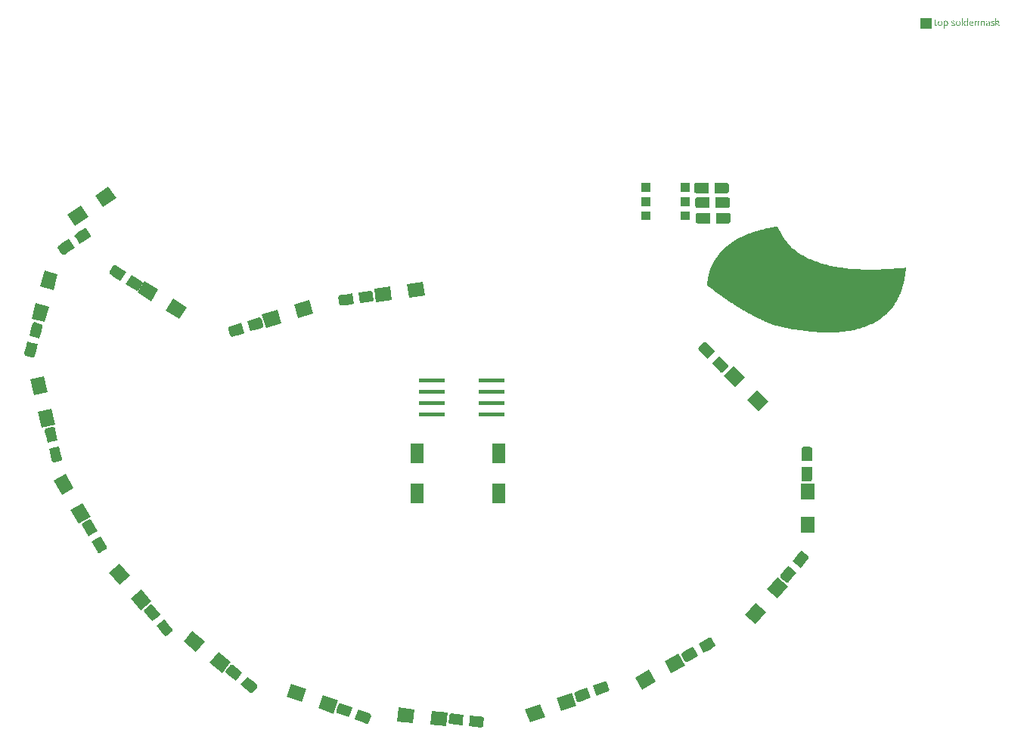
<source format=gts>
G04                                                      *
G04 Greetings!                                           *
G04 This Gerber was generated by PCBmodE, an open source *
G04 PCB design software. Get it here:                    *
G04                                                      *
G04   http://pcbmode.com                                 *
G04                                                      *
G04 Also visit                                           *
G04                                                      *
G04   http://boldport.com                                *
G04                                                      *
G04 and follow @boldport / @pcbmode for updates!         *
G04                                                      *

G04 leading zeros omitted (L); absolute data (A); 6 integer digits and 6 fractional digits *
%FSLAX66Y66*%

G04 mode (MO): millimeters (MM) *
%MOMM*%

G04 Aperture definitions *
%ADD10C,0.001X*%
%ADD11C,0.001X*%

%LPD*%
G36*
G01X86505299Y-65140399D02*
G01X85348281Y-66519279D01*
G01X84160912Y-65522958D01*
G01X85317930Y-64144078D01*
G01X86505299Y-65140399D01*
G37*
G36*
G01X81750460Y-68395626D02*
G01X82907477Y-67016746D01*
G01X84094846Y-68013067D01*
G01X82937828Y-69391947D01*
G01X81750460Y-68395626D01*
G37*
G36*
G01X62842424Y-78532057D02*
G01X61150978Y-79147693D01*
G01X60620847Y-77691169D01*
G01X62312293Y-77075533D01*
G01X62842424Y-78532057D01*
G37*
G36*
G01X57096999Y-78973744D02*
G01X58788446Y-78358108D01*
G01X59318577Y-79814632D01*
G01X57627130Y-80430268D01*
G01X57096999Y-78973744D01*
G37*
G36*
G01X35633937Y-79426809D02*
G01X33942490Y-78811173D01*
G01X34472621Y-77354649D01*
G01X36164068Y-77970286D01*
G01X35633937Y-79426809D01*
G37*
G36*
G01X30948774Y-76072074D02*
G01X32640220Y-76687710D01*
G01X32110089Y-78144234D01*
G01X30418642Y-77528597D01*
G01X30948774Y-76072074D01*
G37*
G36*
G01X75537783Y-20931967D02*
G01X74487783Y-20931967D01*
G01X74487783Y-19981967D01*
G01X75537783Y-19981967D01*
G01X75537783Y-20931967D01*
G37*
G36*
G01X75537783Y-22531967D02*
G01X74487783Y-22531967D01*
G01X74487783Y-21581967D01*
G01X75537783Y-21581967D01*
G01X75537783Y-22531967D01*
G37*
G36*
G01X70087783Y-23181967D02*
G01X71137783Y-23181967D01*
G01X71137783Y-24131967D01*
G01X70087783Y-24131967D01*
G01X70087783Y-23181967D01*
G37*
G36*
G01X75537783Y-24131967D02*
G01X74487783Y-24131967D01*
G01X74487783Y-23181967D01*
G01X75537783Y-23181967D01*
G01X75537783Y-24131967D01*
G37*
G36*
G01X70087783Y-19981967D02*
G01X71137783Y-19981967D01*
G01X71137783Y-20931967D01*
G01X70087783Y-20931967D01*
G01X70087783Y-19981967D01*
G37*
G36*
G01X70087783Y-21581967D02*
G01X71137783Y-21581967D01*
G01X71137783Y-22531967D01*
G01X70087783Y-22531967D01*
G01X70087783Y-21581967D01*
G37*
G36*
G01X2988034Y-47379048D02*
G01X2583122Y-45625182D01*
G01X4093395Y-45276508D01*
G01X4498307Y-47030374D01*
G01X2988034Y-47379048D01*
G37*
G36*
G01X3249829Y-41622620D02*
G01X3654741Y-43376486D01*
G01X2144467Y-43725161D01*
G01X1739555Y-41971294D01*
G01X3249829Y-41622620D01*
G37*
G36*
G01X5863227Y-23459413D02*
G01X7355494Y-22452866D01*
G01X8222243Y-23737874D01*
G01X6729976Y-24744421D01*
G01X5863227Y-23459413D01*
G37*
G36*
G01X11331134Y-21640902D02*
G01X9838866Y-22647449D01*
G01X8972117Y-21362441D01*
G01X10464385Y-20355894D01*
G01X11331134Y-21640902D01*
G37*
G36*
G01X27640692Y-34698410D02*
G01X29362040Y-34172141D01*
G01X29815217Y-35654414D01*
G01X28093868Y-36180683D01*
G01X27640692Y-34698410D01*
G37*
G36*
G01X33401359Y-34558020D02*
G01X31680010Y-35084289D01*
G01X31226834Y-33602017D01*
G01X32948183Y-33075748D01*
G01X33401359Y-34558020D01*
G37*
G36*
G01X80483630Y-40468645D02*
G01X81734015Y-41763457D01*
G01X80619038Y-42840177D01*
G01X79368653Y-41545366D01*
G01X80483630Y-40468645D01*
G37*
G36*
G01X83224007Y-45537702D02*
G01X81973622Y-44242890D01*
G01X83088598Y-43166169D01*
G01X84338983Y-44460981D01*
G01X83224007Y-45537702D01*
G37*
G36*
G01X45202783Y-41856967D02*
G01X48112783Y-41856967D01*
G01X48112783Y-42326967D01*
G01X45202783Y-42326967D01*
G01X45202783Y-41856967D01*
G37*
G36*
G01X45202783Y-44396967D02*
G01X48112783Y-44396967D01*
G01X48112783Y-44866967D01*
G01X45202783Y-44866967D01*
G01X45202783Y-44396967D01*
G37*
G36*
G01X45202783Y-43126967D02*
G01X48112783Y-43126967D01*
G01X48112783Y-43596967D01*
G01X45202783Y-43596967D01*
G01X45202783Y-43126967D01*
G37*
G36*
G01X54782783Y-42326967D02*
G01X51872783Y-42326967D01*
G01X51872783Y-41856967D01*
G01X54782783Y-41856967D01*
G01X54782783Y-42326967D01*
G37*
G36*
G01X45202783Y-45666967D02*
G01X48112783Y-45666967D01*
G01X48112783Y-46136967D01*
G01X45202783Y-46136967D01*
G01X45202783Y-45666967D01*
G37*
G36*
G01X54782783Y-44866967D02*
G01X51872783Y-44866967D01*
G01X51872783Y-44396967D01*
G01X54782783Y-44396967D01*
G01X54782783Y-44866967D01*
G37*
G36*
G01X54782783Y-43596967D02*
G01X51872783Y-43596967D01*
G01X51872783Y-43126967D01*
G01X54782783Y-43126967D01*
G01X54782783Y-43596967D01*
G37*
G36*
G01X54782783Y-46136967D02*
G01X51872783Y-46136967D01*
G01X51872783Y-45666967D01*
G01X54782783Y-45666967D01*
G01X54782783Y-46136967D01*
G37*
G36*
G01X26850806Y-76740737D02*
G01X26632747Y-77010018D01*
G01X26632747Y-77010018D01*
G01X26595548Y-77047236D01*
G01X26552788Y-77075085D01*
G01X26506057Y-77093396D01*
G01X26456945Y-77102004D01*
G01X26407043Y-77100740D01*
G01X26357942Y-77089438D01*
G01X26311231Y-77067930D01*
G01X26281130Y-77046974D01*
G01X25856808Y-76703365D01*
G01X25238200Y-76202426D01*
G01X25613590Y-75738859D01*
G01X25988979Y-75275291D01*
G01X26607588Y-75776230D01*
G01X27031909Y-76119839D01*
G01X27031909Y-76119839D01*
G01X27069128Y-76157037D01*
G01X27096976Y-76199797D01*
G01X27115288Y-76246529D01*
G01X27123895Y-76295640D01*
G01X27122632Y-76345542D01*
G01X27111330Y-76394644D01*
G01X27089822Y-76441354D01*
G01X27068866Y-76471456D01*
G01X26850806Y-76740737D01*
G37*
G36*
G01X23837034Y-74300232D02*
G01X24055094Y-74030951D01*
G01X24055094Y-74030951D01*
G01X24092292Y-73993733D01*
G01X24135052Y-73965884D01*
G01X24181784Y-73947573D01*
G01X24230895Y-73938965D01*
G01X24280797Y-73940229D01*
G01X24329899Y-73951531D01*
G01X24376609Y-73973039D01*
G01X24406711Y-73993995D01*
G01X24831032Y-74337604D01*
G01X25449640Y-74838543D01*
G01X25074251Y-75302110D01*
G01X24698861Y-75765678D01*
G01X24080253Y-75264739D01*
G01X23655931Y-74921130D01*
G01X23655931Y-74921130D01*
G01X23618713Y-74883932D01*
G01X23590864Y-74841172D01*
G01X23572553Y-74794440D01*
G01X23563945Y-74745329D01*
G01X23565209Y-74695427D01*
G01X23576511Y-74646325D01*
G01X23598019Y-74599615D01*
G01X23618975Y-74569513D01*
G01X23837034Y-74300232D01*
G37*
G36*
G01X76029429Y-20508856D02*
G01X76029429Y-20162356D01*
G01X76029429Y-20162356D01*
G01X76034916Y-20110023D01*
G01X76050621Y-20061471D01*
G01X76075414Y-20017831D01*
G01X76108164Y-19980234D01*
G01X76147740Y-19949812D01*
G01X76193012Y-19927695D01*
G01X76242848Y-19915014D01*
G01X76279429Y-19912356D01*
G01X76825429Y-19912356D01*
G01X77621429Y-19912356D01*
G01X77621429Y-20508856D01*
G01X77621429Y-21105356D01*
G01X76825429Y-21105356D01*
G01X76279429Y-21105356D01*
G01X76279429Y-21105356D01*
G01X76227095Y-21099870D01*
G01X76178543Y-21084165D01*
G01X76134904Y-21059372D01*
G01X76097307Y-21026622D01*
G01X76066885Y-20987046D01*
G01X76044768Y-20941774D01*
G01X76032087Y-20891938D01*
G01X76029429Y-20855356D01*
G01X76029429Y-20508856D01*
G37*
G36*
G01X79907429Y-20508856D02*
G01X79907429Y-20855356D01*
G01X79907429Y-20855356D01*
G01X79901943Y-20907690D01*
G01X79886238Y-20956242D01*
G01X79861445Y-20999882D01*
G01X79828695Y-21037479D01*
G01X79789119Y-21067901D01*
G01X79743847Y-21090018D01*
G01X79694011Y-21102699D01*
G01X79657429Y-21105356D01*
G01X79111429Y-21105356D01*
G01X78315429Y-21105356D01*
G01X78315429Y-20508856D01*
G01X78315429Y-19912356D01*
G01X79111429Y-19912356D01*
G01X79657429Y-19912356D01*
G01X79657429Y-19912356D01*
G01X79709763Y-19917843D01*
G01X79758315Y-19933548D01*
G01X79801955Y-19958341D01*
G01X79839551Y-19991091D01*
G01X79869974Y-20030667D01*
G01X79892091Y-20075939D01*
G01X79904772Y-20125775D01*
G01X79907429Y-20162356D01*
G01X79907429Y-20508856D01*
G37*
G36*
G01X88629259Y-49525258D02*
G01X88975759Y-49525258D01*
G01X88975759Y-49525258D01*
G01X89028093Y-49530745D01*
G01X89076645Y-49546450D01*
G01X89120285Y-49571243D01*
G01X89157881Y-49603993D01*
G01X89188304Y-49643569D01*
G01X89210421Y-49688841D01*
G01X89223102Y-49738677D01*
G01X89225759Y-49775258D01*
G01X89225759Y-50321258D01*
G01X89225759Y-51117258D01*
G01X88629259Y-51117258D01*
G01X88032759Y-51117258D01*
G01X88032759Y-50321258D01*
G01X88032759Y-49775258D01*
G01X88032759Y-49775258D01*
G01X88038246Y-49722925D01*
G01X88053951Y-49674372D01*
G01X88078744Y-49630733D01*
G01X88111494Y-49593136D01*
G01X88151070Y-49562714D01*
G01X88196342Y-49540597D01*
G01X88246178Y-49527916D01*
G01X88282759Y-49525258D01*
G01X88629259Y-49525258D01*
G37*
G36*
G01X88629259Y-53403258D02*
G01X88282759Y-53403258D01*
G01X88282759Y-53403258D01*
G01X88230425Y-53397772D01*
G01X88181873Y-53382067D01*
G01X88138234Y-53357274D01*
G01X88100637Y-53324524D01*
G01X88070215Y-53284948D01*
G01X88048098Y-53239676D01*
G01X88035417Y-53189840D01*
G01X88032759Y-53153258D01*
G01X88032759Y-52607258D01*
G01X88032759Y-51811258D01*
G01X88629259Y-51811258D01*
G01X89225759Y-51811258D01*
G01X89225759Y-52607258D01*
G01X89225759Y-53153258D01*
G01X89225759Y-53153258D01*
G01X89220273Y-53205592D01*
G01X89204568Y-53254144D01*
G01X89179775Y-53297784D01*
G01X89147025Y-53335380D01*
G01X89107449Y-53365803D01*
G01X89062177Y-53387920D01*
G01X89012341Y-53400601D01*
G01X88975759Y-53403258D01*
G01X88629259Y-53403258D01*
G37*
G36*
G01X52447003Y-80379581D02*
G01X52410784Y-80724182D01*
G01X52410784Y-80724182D01*
G01X52399857Y-80775656D01*
G01X52379163Y-80822301D01*
G01X52349944Y-80863110D01*
G01X52313444Y-80897077D01*
G01X52270904Y-80923195D01*
G01X52223569Y-80940459D01*
G01X52172680Y-80947862D01*
G01X52136021Y-80946681D01*
G01X51593012Y-80889608D01*
G01X50801373Y-80806404D01*
G01X50863724Y-80213171D01*
G01X50926075Y-79619939D01*
G01X51717715Y-79703144D01*
G01X52260724Y-79760216D01*
G01X52260724Y-79760216D01*
G01X52312198Y-79771143D01*
G01X52358842Y-79791837D01*
G01X52399651Y-79821056D01*
G01X52433618Y-79857556D01*
G01X52459737Y-79900096D01*
G01X52477001Y-79947431D01*
G01X52484403Y-79998320D01*
G01X52483222Y-80034979D01*
G01X52447003Y-80379581D01*
G37*
G36*
G01X48590248Y-79974218D02*
G01X48626467Y-79629617D01*
G01X48626467Y-79629617D01*
G01X48637394Y-79578143D01*
G01X48658088Y-79531498D01*
G01X48687307Y-79490689D01*
G01X48723807Y-79456722D01*
G01X48766347Y-79430604D01*
G01X48813682Y-79413340D01*
G01X48864571Y-79405937D01*
G01X48901230Y-79407118D01*
G01X49444239Y-79464191D01*
G01X50235878Y-79547395D01*
G01X50173527Y-80140628D01*
G01X50111176Y-80733860D01*
G01X49319536Y-80650655D01*
G01X48776527Y-80593583D01*
G01X48776527Y-80593583D01*
G01X48725054Y-80582656D01*
G01X48678409Y-80561962D01*
G01X48637600Y-80532743D01*
G01X48603633Y-80496243D01*
G01X48577514Y-80453703D01*
G01X48560250Y-80406368D01*
G01X48552848Y-80355479D01*
G01X48554029Y-80318820D01*
G01X48590248Y-79974218D01*
G37*
G36*
G01X9860141Y-61211310D02*
G01X9560063Y-61384560D01*
G01X9560063Y-61384560D01*
G01X9511998Y-61405975D01*
G01X9462098Y-61416650D01*
G01X9411908Y-61416999D01*
G01X9362974Y-61407435D01*
G01X9316839Y-61388372D01*
G01X9275050Y-61360224D01*
G01X9239149Y-61323405D01*
G01X9218557Y-61293053D01*
G01X8945557Y-60820203D01*
G01X8547557Y-60130847D01*
G01X9064141Y-59832597D01*
G01X9580725Y-59534347D01*
G01X9978725Y-60223703D01*
G01X10251725Y-60696553D01*
G01X10251725Y-60696553D01*
G01X10273141Y-60744619D01*
G01X10283816Y-60794519D01*
G01X10284165Y-60844708D01*
G01X10274600Y-60893643D01*
G01X10255537Y-60939777D01*
G01X10227390Y-60981567D01*
G01X10190571Y-61017468D01*
G01X10160219Y-61038060D01*
G01X9860141Y-61211310D01*
G37*
G36*
G01X7921141Y-57852863D02*
G01X8221219Y-57679613D01*
G01X8221219Y-57679613D01*
G01X8269285Y-57658198D01*
G01X8319185Y-57647523D01*
G01X8369374Y-57647174D01*
G01X8418309Y-57656738D01*
G01X8464443Y-57675801D01*
G01X8506233Y-57703949D01*
G01X8542133Y-57740768D01*
G01X8562725Y-57771120D01*
G01X8835725Y-58243970D01*
G01X9233725Y-58933326D01*
G01X8717141Y-59231576D01*
G01X8200557Y-59529826D01*
G01X7802557Y-58840470D01*
G01X7529557Y-58367620D01*
G01X7529557Y-58367620D01*
G01X7508142Y-58319554D01*
G01X7497466Y-58269654D01*
G01X7497118Y-58219465D01*
G01X7506682Y-58170530D01*
G01X7525745Y-58124396D01*
G01X7553893Y-58082606D01*
G01X7590712Y-58046705D01*
G01X7621063Y-58026113D01*
G01X7921141Y-57852863D01*
G37*
G36*
G01X78196115Y-71324359D02*
G01X78364101Y-71627415D01*
G01X78364101Y-71627415D01*
G01X78384675Y-71675847D01*
G01X78394477Y-71725926D01*
G01X78393950Y-71776114D01*
G01X78383533Y-71824874D01*
G01X78363668Y-71870668D01*
G01X78334795Y-71911961D01*
G01X78297355Y-71947213D01*
G01X78266649Y-71967272D01*
G01X77789106Y-72231978D01*
G01X77092909Y-72617887D01*
G01X76803720Y-72096176D01*
G01X76514531Y-71574465D01*
G01X77210728Y-71188557D01*
G01X77688271Y-70923851D01*
G01X77688271Y-70923851D01*
G01X77736703Y-70903277D01*
G01X77786781Y-70893475D01*
G01X77836969Y-70894002D01*
G01X77885730Y-70904419D01*
G01X77931524Y-70924284D01*
G01X77972817Y-70953157D01*
G01X78008069Y-70990597D01*
G01X78028128Y-71021303D01*
G01X78196115Y-71324359D01*
G37*
G36*
G01X74804340Y-73204450D02*
G01X74636353Y-72901394D01*
G01X74636353Y-72901394D01*
G01X74615780Y-72852962D01*
G01X74605977Y-72802883D01*
G01X74606505Y-72752695D01*
G01X74616922Y-72703935D01*
G01X74636787Y-72658141D01*
G01X74665660Y-72616848D01*
G01X74703099Y-72581596D01*
G01X74733806Y-72561537D01*
G01X75211348Y-72296831D01*
G01X75907546Y-71910922D01*
G01X76196735Y-72432633D01*
G01X76485923Y-72954344D01*
G01X75789726Y-73340252D01*
G01X75312184Y-73604958D01*
G01X75312184Y-73604958D01*
G01X75263752Y-73625532D01*
G01X75213673Y-73635334D01*
G01X75163485Y-73634807D01*
G01X75114725Y-73624390D01*
G01X75068930Y-73604525D01*
G01X75027638Y-73575652D01*
G01X74992386Y-73538212D01*
G01X74972327Y-73507506D01*
G01X74804340Y-73204450D01*
G37*
G36*
G01X10770994Y-29561496D02*
G01X10954611Y-29267647D01*
G01X10954611Y-29267647D01*
G01X10986997Y-29226173D01*
G01X11026044Y-29193321D01*
G01X11070195Y-29169450D01*
G01X11117892Y-29154922D01*
G01X11167576Y-29150095D01*
G01X11217689Y-29155328D01*
G01X11266672Y-29170983D01*
G01X11299103Y-29188115D01*
G01X11762137Y-29477451D01*
G01X12437184Y-29899267D01*
G01X12121087Y-30405127D01*
G01X11804990Y-30910988D01*
G01X11129944Y-30489172D01*
G01X10666910Y-30199836D01*
G01X10666910Y-30199836D01*
G01X10625435Y-30167451D01*
G01X10592583Y-30128404D01*
G01X10568713Y-30084252D01*
G01X10554184Y-30036556D01*
G01X10549357Y-29986872D01*
G01X10554591Y-29936759D01*
G01X10570246Y-29887775D01*
G01X10587377Y-29855344D01*
G01X10770994Y-29561496D01*
G37*
G36*
G01X14059724Y-31616523D02*
G01X13876107Y-31910372D01*
G01X13876107Y-31910372D01*
G01X13843722Y-31951846D01*
G01X13804674Y-31984698D01*
G01X13760523Y-32008569D01*
G01X13712827Y-32023097D01*
G01X13663143Y-32027924D01*
G01X13613030Y-32022691D01*
G01X13564046Y-32007036D01*
G01X13531615Y-31989904D01*
G01X13068581Y-31700568D01*
G01X12393535Y-31278752D01*
G01X12709632Y-30772892D01*
G01X13025729Y-30267031D01*
G01X13700775Y-30688847D01*
G01X14163809Y-30978183D01*
G01X14163809Y-30978183D01*
G01X14205283Y-31010568D01*
G01X14238136Y-31049615D01*
G01X14262006Y-31093767D01*
G01X14276534Y-31141463D01*
G01X14281362Y-31191147D01*
G01X14276128Y-31241260D01*
G01X14260473Y-31290244D01*
G01X14243341Y-31322675D01*
G01X14059724Y-31616523D01*
G37*
G36*
G01X1564646Y-39400365D02*
G01X1229953Y-39310685D01*
G01X1229953Y-39310685D01*
G01X1180822Y-39291840D01*
G01X1137989Y-39264104D01*
G01X1102253Y-39228861D01*
G01X1074414Y-39187496D01*
G01X1055272Y-39141395D01*
G01X1045626Y-39091941D01*
G01X1046275Y-39040521D01*
G01X1053176Y-39004498D01*
G01X1194491Y-38477103D01*
G01X1400511Y-37708226D01*
G01X1976686Y-37862612D01*
G01X2552861Y-38016997D01*
G01X2346841Y-38785874D01*
G01X2205526Y-39313270D01*
G01X2205526Y-39313270D01*
G01X2186681Y-39362400D01*
G01X2158945Y-39405233D01*
G01X2123702Y-39440969D01*
G01X2082337Y-39468808D01*
G01X2036236Y-39487950D01*
G01X1986782Y-39497597D01*
G01X1935362Y-39496947D01*
G01X1899339Y-39490046D01*
G01X1564646Y-39400365D01*
G37*
G36*
G01X2568346Y-35654505D02*
G01X2903040Y-35744186D01*
G01X2903040Y-35744186D01*
G01X2952170Y-35763030D01*
G01X2995003Y-35790766D01*
G01X3030739Y-35826009D01*
G01X3058578Y-35867374D01*
G01X3077721Y-35913476D01*
G01X3087367Y-35962929D01*
G01X3086718Y-36014349D01*
G01X3079816Y-36050372D01*
G01X2938501Y-36577767D01*
G01X2732481Y-37346644D01*
G01X2156307Y-37192259D01*
G01X1580132Y-37037873D01*
G01X1786152Y-36268996D01*
G01X1927467Y-35741601D01*
G01X1927467Y-35741601D01*
G01X1946311Y-35692470D01*
G01X1974047Y-35649637D01*
G01X2009290Y-35613901D01*
G01X2050655Y-35586062D01*
G01X2096757Y-35566920D01*
G01X2146210Y-35557274D01*
G01X2197631Y-35557923D01*
G01X2233653Y-35564824D01*
G01X2568346Y-35654505D01*
G37*
G36*
G01X76155951Y-22157145D02*
G01X76155951Y-21810645D01*
G01X76155951Y-21810645D01*
G01X76161438Y-21758312D01*
G01X76177143Y-21709760D01*
G01X76201936Y-21666120D01*
G01X76234686Y-21628523D01*
G01X76274262Y-21598101D01*
G01X76319534Y-21575984D01*
G01X76369370Y-21563303D01*
G01X76405951Y-21560645D01*
G01X76951951Y-21560645D01*
G01X77747951Y-21560645D01*
G01X77747951Y-22157145D01*
G01X77747951Y-22753645D01*
G01X76951951Y-22753645D01*
G01X76405951Y-22753645D01*
G01X76405951Y-22753645D01*
G01X76353617Y-22748159D01*
G01X76305065Y-22732454D01*
G01X76261426Y-22707661D01*
G01X76223829Y-22674911D01*
G01X76193407Y-22635335D01*
G01X76171290Y-22590063D01*
G01X76158609Y-22540227D01*
G01X76155951Y-22503645D01*
G01X76155951Y-22157145D01*
G37*
G36*
G01X80033951Y-22157145D02*
G01X80033951Y-22503645D01*
G01X80033951Y-22503645D01*
G01X80028465Y-22555979D01*
G01X80012760Y-22604531D01*
G01X79987967Y-22648171D01*
G01X79955217Y-22685768D01*
G01X79915641Y-22716190D01*
G01X79870369Y-22738307D01*
G01X79820533Y-22750988D01*
G01X79783951Y-22753645D01*
G01X79237951Y-22753645D01*
G01X78441951Y-22753645D01*
G01X78441951Y-22157145D01*
G01X78441951Y-21560645D01*
G01X79237951Y-21560645D01*
G01X79783951Y-21560645D01*
G01X79783951Y-21560645D01*
G01X79836285Y-21566132D01*
G01X79884837Y-21581837D01*
G01X79928477Y-21606630D01*
G01X79966073Y-21639380D01*
G01X79996496Y-21678956D01*
G01X80018613Y-21724228D01*
G01X80031294Y-21774064D01*
G01X80033951Y-21810645D01*
G01X80033951Y-22157145D01*
G37*
G36*
G01X76200059Y-23887847D02*
G01X76200059Y-23541347D01*
G01X76200059Y-23541347D01*
G01X76205546Y-23489014D01*
G01X76221251Y-23440462D01*
G01X76246044Y-23396822D01*
G01X76278794Y-23359225D01*
G01X76318370Y-23328803D01*
G01X76363642Y-23306686D01*
G01X76413478Y-23294005D01*
G01X76450059Y-23291347D01*
G01X76996059Y-23291347D01*
G01X77792059Y-23291347D01*
G01X77792059Y-23887847D01*
G01X77792059Y-24484347D01*
G01X76996059Y-24484347D01*
G01X76450059Y-24484347D01*
G01X76450059Y-24484347D01*
G01X76397725Y-24478861D01*
G01X76349173Y-24463156D01*
G01X76305534Y-24438363D01*
G01X76267937Y-24405613D01*
G01X76237515Y-24366037D01*
G01X76215398Y-24320765D01*
G01X76202717Y-24270929D01*
G01X76200059Y-24234347D01*
G01X76200059Y-23887847D01*
G37*
G36*
G01X80078059Y-23887847D02*
G01X80078059Y-24234347D01*
G01X80078059Y-24234347D01*
G01X80072573Y-24286681D01*
G01X80056868Y-24335233D01*
G01X80032075Y-24378873D01*
G01X79999325Y-24416470D01*
G01X79959749Y-24446892D01*
G01X79914477Y-24469009D01*
G01X79864641Y-24481690D01*
G01X79828059Y-24484347D01*
G01X79282059Y-24484347D01*
G01X78486059Y-24484347D01*
G01X78486059Y-23887847D01*
G01X78486059Y-23291347D01*
G01X79282059Y-23291347D01*
G01X79828059Y-23291347D01*
G01X79828059Y-23291347D01*
G01X79880393Y-23296834D01*
G01X79928945Y-23312539D01*
G01X79972585Y-23337332D01*
G01X80010181Y-23370082D01*
G01X80040604Y-23409658D01*
G01X80062721Y-23454930D01*
G01X80075402Y-23504766D01*
G01X80078059Y-23541347D01*
G01X80078059Y-23887847D01*
G37*
G36*
G01X23966524Y-36673772D02*
G01X23865217Y-36342413D01*
G01X23865217Y-36342413D01*
G01X23855163Y-36290762D01*
G01X23855986Y-36239739D01*
G01X23866937Y-36190758D01*
G01X23887264Y-36145229D01*
G01X23916216Y-36104565D01*
G01X23953043Y-36070178D01*
G01X23996994Y-36043480D01*
G01X24031200Y-36030244D01*
G01X24553343Y-35870609D01*
G01X25314561Y-35637881D01*
G01X25488961Y-36208317D01*
G01X25663361Y-36778752D01*
G01X24902142Y-37011480D01*
G01X24380000Y-37171115D01*
G01X24380000Y-37171115D01*
G01X24328349Y-37181170D01*
G01X24277326Y-37180346D01*
G01X24228345Y-37169395D01*
G01X24182816Y-37149069D01*
G01X24142152Y-37120116D01*
G01X24107765Y-37083289D01*
G01X24081067Y-37039338D01*
G01X24067831Y-37005132D01*
G01X23966524Y-36673772D01*
G37*
G36*
G01X27675075Y-35539955D02*
G01X27776381Y-35871314D01*
G01X27776381Y-35871314D01*
G01X27786436Y-35922965D01*
G01X27785612Y-35973988D01*
G01X27774662Y-36022969D01*
G01X27754335Y-36068498D01*
G01X27725382Y-36109162D01*
G01X27688555Y-36143549D01*
G01X27644604Y-36170247D01*
G01X27610398Y-36183483D01*
G01X27088256Y-36343118D01*
G01X26327037Y-36575846D01*
G01X26152637Y-36005410D01*
G01X25978238Y-35434975D01*
G01X26739456Y-35202247D01*
G01X27261599Y-35042612D01*
G01X27261599Y-35042612D01*
G01X27313250Y-35032558D01*
G01X27364272Y-35033381D01*
G01X27413254Y-35044332D01*
G01X27458783Y-35064659D01*
G01X27499446Y-35093611D01*
G01X27533833Y-35130438D01*
G01X27560531Y-35174389D01*
G01X27573768Y-35208595D01*
G01X27675075Y-35539955D01*
G37*
G36*
G01X76825301Y-38085941D02*
G01X77074552Y-37845242D01*
G01X77074552Y-37845242D01*
G01X77116009Y-37812834D01*
G01X77161844Y-37790404D01*
G01X77210459Y-37777924D01*
G01X77260253Y-37775366D01*
G01X77309629Y-37782702D01*
G01X77356987Y-37799904D01*
G01X77400728Y-37826944D01*
G01X77428052Y-37851412D01*
G01X77807335Y-38244172D01*
G01X78360283Y-38816766D01*
G01X77931197Y-39231130D01*
G01X77502111Y-39645493D01*
G01X76949163Y-39072899D01*
G01X76569879Y-38680139D01*
G01X76569879Y-38680139D01*
G01X76537472Y-38638683D01*
G01X76515042Y-38592847D01*
G01X76502562Y-38544233D01*
G01X76500003Y-38494438D01*
G01X76507339Y-38445062D01*
G01X76524541Y-38397704D01*
G01X76551581Y-38353963D01*
G01X76576050Y-38326640D01*
G01X76825301Y-38085941D01*
G37*
G36*
G01X79519186Y-40875540D02*
G01X79269935Y-41116239D01*
G01X79269935Y-41116239D01*
G01X79228478Y-41148646D01*
G01X79182642Y-41171076D01*
G01X79134028Y-41183556D01*
G01X79084233Y-41186114D01*
G01X79034858Y-41178779D01*
G01X78987499Y-41161577D01*
G01X78943758Y-41134537D01*
G01X78916435Y-41110068D01*
G01X78537152Y-40717309D01*
G01X77984204Y-40144714D01*
G01X78413290Y-39730351D01*
G01X78842376Y-39315987D01*
G01X79395324Y-39888581D01*
G01X79774607Y-40281341D01*
G01X79774607Y-40281341D01*
G01X79807015Y-40322798D01*
G01X79829445Y-40368633D01*
G01X79841925Y-40417247D01*
G01X79844483Y-40467042D01*
G01X79837147Y-40516418D01*
G01X79819946Y-40563776D01*
G01X79792906Y-40607517D01*
G01X79768437Y-40634840D01*
G01X79519186Y-40875540D01*
G37*
G36*
G01X88505169Y-61488638D02*
G01X88770603Y-61711364D01*
G01X88770603Y-61711364D01*
G01X88807166Y-61749206D01*
G01X88834265Y-61792445D01*
G01X88851758Y-61839489D01*
G01X88859507Y-61888743D01*
G01X88857373Y-61938616D01*
G01X88845215Y-61987512D01*
G01X88822896Y-62033841D01*
G01X88801417Y-62063572D01*
G01X88450455Y-62481832D01*
G01X87938796Y-63091603D01*
G01X87481851Y-62708180D01*
G01X87024905Y-62324758D01*
G01X87536564Y-61714986D01*
G01X87887526Y-61296726D01*
G01X87887526Y-61296726D01*
G01X87925368Y-61260163D01*
G01X87968608Y-61233064D01*
G01X88015652Y-61215571D01*
G01X88064906Y-61207822D01*
G01X88114778Y-61209956D01*
G01X88163675Y-61222114D01*
G01X88210003Y-61244433D01*
G01X88239734Y-61265912D01*
G01X88505169Y-61488638D01*
G37*
G36*
G01X86012438Y-64459357D02*
G01X85747004Y-64236631D01*
G01X85747004Y-64236631D01*
G01X85710440Y-64198789D01*
G01X85683342Y-64155550D01*
G01X85665849Y-64108506D01*
G01X85658100Y-64059252D01*
G01X85660234Y-64009379D01*
G01X85672391Y-63960483D01*
G01X85694711Y-63914154D01*
G01X85716189Y-63884423D01*
G01X86067151Y-63466163D01*
G01X86578810Y-62856392D01*
G01X87035756Y-63239815D01*
G01X87492701Y-63623237D01*
G01X86981043Y-64233009D01*
G01X86630080Y-64651269D01*
G01X86630080Y-64651269D01*
G01X86592238Y-64687832D01*
G01X86548999Y-64714931D01*
G01X86501955Y-64732424D01*
G01X86452701Y-64740173D01*
G01X86402828Y-64738039D01*
G01X86353932Y-64725881D01*
G01X86307604Y-64703562D01*
G01X86277872Y-64682083D01*
G01X86012438Y-64459357D01*
G37*
G36*
G01X66388298Y-76299560D02*
G01X66506808Y-76625164D01*
G01X66506808Y-76625164D01*
G01X66519552Y-76676218D01*
G01X66521400Y-76727214D01*
G01X66513027Y-76776701D01*
G01X66495111Y-76823231D01*
G01X66468327Y-76865355D01*
G01X66433350Y-76901622D01*
G01X66390856Y-76930584D01*
G01X66357390Y-76945592D01*
G01X65844318Y-77132335D01*
G01X65096322Y-77404583D01*
G01X64892307Y-76844057D01*
G01X64688292Y-76283530D01*
G01X65436288Y-76011282D01*
G01X65949360Y-75824539D01*
G01X65949360Y-75824539D01*
G01X66000414Y-75811795D01*
G01X66051410Y-75809947D01*
G01X66100897Y-75818319D01*
G01X66147427Y-75836236D01*
G01X66189551Y-75863020D01*
G01X66225818Y-75897997D01*
G01X66254779Y-75940491D01*
G01X66269788Y-75973957D01*
G01X66388298Y-76299560D01*
G37*
G36*
G01X62744171Y-77625915D02*
G01X62625661Y-77300311D01*
G01X62625661Y-77300311D01*
G01X62612917Y-77249257D01*
G01X62611069Y-77198261D01*
G01X62619441Y-77148774D01*
G01X62637357Y-77102244D01*
G01X62664142Y-77060120D01*
G01X62699119Y-77023853D01*
G01X62741612Y-76994891D01*
G01X62775079Y-76979883D01*
G01X63288151Y-76793140D01*
G01X64036146Y-76520892D01*
G01X64240161Y-77081418D01*
G01X64444176Y-77641945D01*
G01X63696181Y-77914193D01*
G01X63183109Y-78100936D01*
G01X63183109Y-78100936D01*
G01X63132055Y-78113680D01*
G01X63081059Y-78115528D01*
G01X63031571Y-78107156D01*
G01X62985041Y-78089239D01*
G01X62942918Y-78062455D01*
G01X62906651Y-78027478D01*
G01X62877689Y-77984984D01*
G01X62862681Y-77951518D01*
G01X62744171Y-77625915D01*
G37*
G36*
G01X17287512Y-70432099D02*
G01X17022077Y-70654825D01*
G01X17022077Y-70654825D01*
G01X16978461Y-70684262D01*
G01X16931172Y-70703440D01*
G01X16881806Y-70712498D01*
G01X16831954Y-70711577D01*
G01X16783210Y-70700815D01*
G01X16737167Y-70680351D01*
G01X16695419Y-70650326D01*
G01X16669869Y-70624011D01*
G01X16318907Y-70205751D01*
G01X15807248Y-69595979D01*
G01X16264194Y-69212557D01*
G01X16721139Y-68829134D01*
G01X17232798Y-69438905D01*
G01X17583760Y-69857165D01*
G01X17583760Y-69857165D01*
G01X17613197Y-69900782D01*
G01X17632375Y-69948070D01*
G01X17641433Y-69997437D01*
G01X17640512Y-70047288D01*
G01X17629750Y-70096032D01*
G01X17609286Y-70142075D01*
G01X17579261Y-70183824D01*
G01X17552946Y-70209373D01*
G01X17287512Y-70432099D01*
G37*
G36*
G01X14794781Y-67461380D02*
G01X15060215Y-67238654D01*
G01X15060215Y-67238654D01*
G01X15103832Y-67209217D01*
G01X15151120Y-67190039D01*
G01X15200487Y-67180981D01*
G01X15250339Y-67181902D01*
G01X15299082Y-67192664D01*
G01X15345125Y-67213128D01*
G01X15386874Y-67243153D01*
G01X15412423Y-67269468D01*
G01X15763386Y-67687728D01*
G01X16275044Y-68297500D01*
G01X15818099Y-68680922D01*
G01X15361153Y-69064345D01*
G01X14849494Y-68454574D01*
G01X14498532Y-68036314D01*
G01X14498532Y-68036314D01*
G01X14469096Y-67992697D01*
G01X14449918Y-67945409D01*
G01X14440859Y-67896042D01*
G01X14441781Y-67846191D01*
G01X14452543Y-67797447D01*
G01X14473006Y-67751404D01*
G01X14503032Y-67709655D01*
G01X14529347Y-67684106D01*
G01X14794781Y-67461380D01*
G37*
G36*
G01X4723815Y-51160795D02*
G01X4386196Y-51238740D01*
G01X4386196Y-51238740D01*
G01X4333969Y-51245167D01*
G01X4283129Y-51240786D01*
G01X4235030Y-51226445D01*
G01X4191030Y-51202992D01*
G01X4152485Y-51171274D01*
G01X4120751Y-51132138D01*
G01X4097184Y-51086431D01*
G01X4086366Y-51051385D01*
G01X3963543Y-50519379D01*
G01X3784482Y-49743781D01*
G01X4365693Y-49609597D01*
G01X4946905Y-49475414D01*
G01X5125966Y-50251013D01*
G01X5248789Y-50783019D01*
G01X5248789Y-50783019D01*
G01X5255216Y-50835245D01*
G01X5250835Y-50886086D01*
G01X5236495Y-50934184D01*
G01X5213041Y-50978184D01*
G01X5181323Y-51016730D01*
G01X5142187Y-51048464D01*
G01X5096481Y-51072031D01*
G01X5061435Y-51082849D01*
G01X4723815Y-51160795D01*
G37*
G36*
G01X3851455Y-47382187D02*
G01X4189074Y-47304241D01*
G01X4189074Y-47304241D01*
G01X4241301Y-47297814D01*
G01X4292142Y-47302195D01*
G01X4340240Y-47316536D01*
G01X4384240Y-47339989D01*
G01X4422785Y-47371707D01*
G01X4454520Y-47410844D01*
G01X4478086Y-47456550D01*
G01X4488905Y-47491596D01*
G01X4611728Y-48023602D01*
G01X4790789Y-48799200D01*
G01X4209577Y-48933384D01*
G01X3628366Y-49067567D01*
G01X3449305Y-48291968D01*
G01X3326481Y-47759962D01*
G01X3326481Y-47759962D01*
G01X3320054Y-47707736D01*
G01X3324435Y-47656895D01*
G01X3338776Y-47608797D01*
G01X3362229Y-47564797D01*
G01X3393948Y-47526252D01*
G01X3433084Y-47494517D01*
G01X3478790Y-47470950D01*
G01X3513836Y-47460132D01*
G01X3851455Y-47382187D01*
G37*
G36*
G01X5016377Y-27607810D02*
G01X4822617Y-27320548D01*
G01X4822617Y-27320548D01*
G01X4797901Y-27274094D01*
G01X4783771Y-27225060D01*
G01X4779922Y-27175017D01*
G01X4786049Y-27125535D01*
G01X4801848Y-27078183D01*
G01X4827012Y-27034531D01*
G01X4861237Y-26996150D01*
G01X4890078Y-26973491D01*
G01X5342733Y-26668172D01*
G01X6002647Y-26223054D01*
G01X6336205Y-26717575D01*
G01X6669764Y-27212096D01*
G01X6009850Y-27657213D01*
G01X5557195Y-27962533D01*
G01X5557195Y-27962533D01*
G01X5510741Y-27987249D01*
G01X5461707Y-28001379D01*
G01X5411664Y-28005228D01*
G01X5362182Y-27999100D01*
G01X5314830Y-27983302D01*
G01X5271178Y-27958138D01*
G01X5232797Y-27923913D01*
G01X5210138Y-27895072D01*
G01X5016377Y-27607810D01*
G37*
G36*
G01X8231385Y-25439259D02*
G01X8425146Y-25726521D01*
G01X8425146Y-25726521D01*
G01X8449862Y-25772975D01*
G01X8463992Y-25822009D01*
G01X8467841Y-25872052D01*
G01X8461713Y-25921534D01*
G01X8445915Y-25968886D01*
G01X8420751Y-26012538D01*
G01X8386526Y-26050919D01*
G01X8357684Y-26073578D01*
G01X7905030Y-26378897D01*
G01X7245116Y-26824015D01*
G01X6911557Y-26329494D01*
G01X6577999Y-25834973D01*
G01X7237913Y-25389856D01*
G01X7690567Y-25084536D01*
G01X7690567Y-25084536D01*
G01X7737022Y-25059820D01*
G01X7786056Y-25045690D01*
G01X7836099Y-25041841D01*
G01X7885581Y-25047969D01*
G01X7932933Y-25063767D01*
G01X7976585Y-25088931D01*
G01X8014966Y-25123156D01*
G01X8037625Y-25151997D01*
G01X8231385Y-25439259D01*
G37*
G36*
G01X39730132Y-80057140D02*
G01X39611622Y-80382743D01*
G01X39611622Y-80382743D01*
G01X39588567Y-80430044D01*
G01X39557204Y-80470297D01*
G01X39518980Y-80502825D01*
G01X39475346Y-80526953D01*
G01X39427752Y-80542005D01*
G01X39377646Y-80547304D01*
G01X39326478Y-80542176D01*
G01X39291194Y-80532161D01*
G01X38778122Y-80345418D01*
G01X38030126Y-80073170D01*
G01X38234141Y-79512643D01*
G01X38438156Y-78952117D01*
G01X39186152Y-79224365D01*
G01X39699224Y-79411108D01*
G01X39699224Y-79411108D01*
G01X39746525Y-79434163D01*
G01X39786778Y-79465526D01*
G01X39819306Y-79503750D01*
G01X39843434Y-79547383D01*
G01X39858485Y-79594978D01*
G01X39863785Y-79645084D01*
G01X39858656Y-79696252D01*
G01X39848642Y-79731536D01*
G01X39730132Y-80057140D01*
G37*
G36*
G01X36086005Y-78730785D02*
G01X36204515Y-78405182D01*
G01X36204515Y-78405182D01*
G01X36227569Y-78357881D01*
G01X36258933Y-78317628D01*
G01X36297157Y-78285100D01*
G01X36340790Y-78260972D01*
G01X36388385Y-78245920D01*
G01X36438491Y-78240621D01*
G01X36489659Y-78245749D01*
G01X36524943Y-78255764D01*
G01X37038015Y-78442507D01*
G01X37786010Y-78714755D01*
G01X37581995Y-79275282D01*
G01X37377980Y-79835808D01*
G01X36629985Y-79563560D01*
G01X36116913Y-79376817D01*
G01X36116913Y-79376817D01*
G01X36069612Y-79353762D01*
G01X36029359Y-79322399D01*
G01X35996831Y-79284175D01*
G01X35972703Y-79240542D01*
G01X35957651Y-79192947D01*
G01X35952352Y-79142841D01*
G01X35957480Y-79091673D01*
G01X35967495Y-79056389D01*
G01X36086005Y-78730785D01*
G37*
G36*
G01X36238083Y-33140877D02*
G01X36189859Y-32797749D01*
G01X36189859Y-32797749D01*
G01X36188009Y-32745161D01*
G01X36196804Y-32694896D01*
G01X36215282Y-32648231D01*
G01X36242481Y-32606442D01*
G01X36277438Y-32570808D01*
G01X36319191Y-32542606D01*
G01X36366778Y-32523112D01*
G01X36402633Y-32515389D01*
G01X36943320Y-32439401D01*
G01X37731573Y-32328619D01*
G01X37814590Y-32919314D01*
G01X37897606Y-33510009D01*
G01X37109353Y-33620790D01*
G01X36568667Y-33696779D01*
G01X36568667Y-33696779D01*
G01X36516079Y-33698630D01*
G01X36465813Y-33689834D01*
G01X36419148Y-33671356D01*
G01X36377359Y-33644157D01*
G01X36341725Y-33609200D01*
G01X36313523Y-33567447D01*
G01X36294029Y-33519861D01*
G01X36286306Y-33484005D01*
G01X36238083Y-33140877D01*
G37*
G36*
G01X40078342Y-32601164D02*
G01X40126565Y-32944292D01*
G01X40126565Y-32944292D01*
G01X40128416Y-32996880D01*
G01X40119621Y-33047145D01*
G01X40101142Y-33093810D01*
G01X40073943Y-33135599D01*
G01X40038986Y-33171233D01*
G01X39997233Y-33199435D01*
G01X39949647Y-33218929D01*
G01X39913791Y-33226652D01*
G01X39373105Y-33302640D01*
G01X38584852Y-33413422D01*
G01X38501835Y-32822727D01*
G01X38418818Y-32232032D01*
G01X39207072Y-32121251D01*
G01X39747758Y-32045262D01*
G01X39747758Y-32045262D01*
G01X39800346Y-32043411D01*
G01X39850611Y-32052207D01*
G01X39897277Y-32070685D01*
G01X39939065Y-32097884D01*
G01X39974699Y-32132841D01*
G01X40002902Y-32174594D01*
G01X40022396Y-32222180D01*
G01X40030118Y-32258036D01*
G01X40078342Y-32601164D01*
G37*
G36*
G01X44302305Y-49169513D02*
G01X45752305Y-49169513D01*
G01X45752305Y-51319513D01*
G01X44302305Y-51319513D01*
G01X44302305Y-49169513D01*
G37*
G36*
G01X44302305Y-53669513D02*
G01X45752305Y-53669513D01*
G01X45752305Y-55819513D01*
G01X44302305Y-55819513D01*
G01X44302305Y-53669513D01*
G37*
G36*
G01X54852305Y-51319513D02*
G01X53402305Y-51319513D01*
G01X53402305Y-49169513D01*
G01X54852305Y-49169513D01*
G01X54852305Y-51319513D01*
G37*
G36*
G01X54852305Y-55819513D02*
G01X53402305Y-55819513D01*
G01X53402305Y-53669513D01*
G01X54852305Y-53669513D01*
G01X54852305Y-55819513D01*
G37*
G36*
G01X85268064Y-24855578D02*
G01X85268064Y-24855578D01*
G01X85291856Y-24869086D01*
G01X85315392Y-24885614D01*
G01X85338756Y-24905090D01*
G01X85362028Y-24927440D01*
G01X85385292Y-24952593D01*
G01X85408631Y-24980477D01*
G01X85432127Y-25011018D01*
G01X85455863Y-25044145D01*
G01X85479921Y-25079784D01*
G01X85504383Y-25117865D01*
G01X85529333Y-25158313D01*
G01X85554853Y-25201057D01*
G01X85581026Y-25246023D01*
G01X85607933Y-25293141D01*
G01X85635658Y-25342337D01*
G01X85664283Y-25393539D01*
G01X85693891Y-25446674D01*
G01X85724564Y-25501670D01*
G01X85756385Y-25558455D01*
G01X85789436Y-25616955D01*
G01X85823801Y-25677100D01*
G01X85859561Y-25738815D01*
G01X85896799Y-25802030D01*
G01X85935597Y-25866670D01*
G01X85976039Y-25932665D01*
G01X86018207Y-25999941D01*
G01X86062183Y-26068426D01*
G01X86108050Y-26138047D01*
G01X86155890Y-26208732D01*
G01X86205787Y-26280410D01*
G01X86257822Y-26353006D01*
G01X86312078Y-26426449D01*
G01X86368639Y-26500667D01*
G01X86427585Y-26575586D01*
G01X86489000Y-26651135D01*
G01X86552967Y-26727241D01*
G01X86619568Y-26803832D01*
G01X86688885Y-26880834D01*
G01X86761001Y-26958176D01*
G01X86835999Y-27035786D01*
G01X86913962Y-27113590D01*
G01X86994971Y-27191517D01*
G01X87079109Y-27269494D01*
G01X87166460Y-27347448D01*
G01X87257105Y-27425307D01*
G01X87351127Y-27502999D01*
G01X87448609Y-27580451D01*
G01X87549633Y-27657590D01*
G01X87654281Y-27734345D01*
G01X87762637Y-27810643D01*
G01X87874783Y-27886411D01*
G01X87990802Y-27961577D01*
G01X88110775Y-28036069D01*
G01X88234786Y-28109813D01*
G01X88362917Y-28182739D01*
G01X88495251Y-28254772D01*
G01X88631870Y-28325841D01*
G01X88772857Y-28395874D01*
G01X88918295Y-28464797D01*
G01X89068265Y-28532539D01*
G01X89222851Y-28599027D01*
G01X89382135Y-28664188D01*
G01X89546200Y-28727951D01*
G01X89715128Y-28790242D01*
G01X89889001Y-28850989D01*
G01X90067904Y-28910120D01*
G01X90251916Y-28967562D01*
G01X90441123Y-29023244D01*
G01X90635605Y-29077091D01*
G01X90835447Y-29129033D01*
G01X91040729Y-29178997D01*
G01X91251535Y-29226909D01*
G01X91467947Y-29272698D01*
G01X91690049Y-29316291D01*
G01X91917921Y-29357617D01*
G01X92151648Y-29396601D01*
G01X92391311Y-29433173D01*
G01X92636993Y-29467258D01*
G01X92888777Y-29498786D01*
G01X93146746Y-29527684D01*
G01X93410981Y-29553879D01*
G01X93681565Y-29577298D01*
G01X93958582Y-29597870D01*
G01X94242112Y-29615521D01*
G01X94532240Y-29630180D01*
G01X94829048Y-29641774D01*
G01X95132618Y-29650230D01*
G01X95443032Y-29655477D01*
G01X95760374Y-29657441D01*
G01X96084726Y-29656050D01*
G01X96416170Y-29651232D01*
G01X96754790Y-29642914D01*
G01X97100667Y-29631024D01*
G01X97453884Y-29615490D01*
G01X97814523Y-29596238D01*
G01X98182668Y-29573197D01*
G01X98558401Y-29546294D01*
G01X98941804Y-29515457D01*
G01X99332961Y-29480613D01*
G01X99731952Y-29441689D01*
G01X99731952Y-29441689D01*
G01X99731952Y-29441689D01*
G01X99725178Y-29535771D01*
G01X99717518Y-29631701D01*
G01X99708913Y-29729404D01*
G01X99699304Y-29828806D01*
G01X99688634Y-29929832D01*
G01X99676843Y-30032408D01*
G01X99663875Y-30136460D01*
G01X99649669Y-30241913D01*
G01X99634169Y-30348694D01*
G01X99617315Y-30456727D01*
G01X99599050Y-30565938D01*
G01X99579314Y-30676253D01*
G01X99558050Y-30787597D01*
G01X99535200Y-30899897D01*
G01X99510704Y-31013077D01*
G01X99484504Y-31127063D01*
G01X99456543Y-31241782D01*
G01X99426762Y-31357158D01*
G01X99395102Y-31473117D01*
G01X99361506Y-31589585D01*
G01X99325914Y-31706487D01*
G01X99288269Y-31823749D01*
G01X99248511Y-31941297D01*
G01X99206584Y-32059056D01*
G01X99162428Y-32176952D01*
G01X99115985Y-32294911D01*
G01X99067196Y-32412858D01*
G01X99016005Y-32530718D01*
G01X98962351Y-32648418D01*
G01X98906177Y-32765882D01*
G01X98847424Y-32883037D01*
G01X98786034Y-32999809D01*
G01X98721948Y-33116122D01*
G01X98655110Y-33231903D01*
G01X98585458Y-33347077D01*
G01X98512937Y-33461569D01*
G01X98437487Y-33575306D01*
G01X98359050Y-33688213D01*
G01X98277567Y-33800215D01*
G01X98192980Y-33911238D01*
G01X98105232Y-34021208D01*
G01X98014262Y-34130051D01*
G01X97920014Y-34237691D01*
G01X97822429Y-34344055D01*
G01X97721448Y-34449069D01*
G01X97617014Y-34552657D01*
G01X97509067Y-34654746D01*
G01X97397550Y-34755261D01*
G01X97282403Y-34854127D01*
G01X97163570Y-34951271D01*
G01X97040990Y-35046618D01*
G01X96914607Y-35140094D01*
G01X96784362Y-35231623D01*
G01X96650195Y-35321133D01*
G01X96512050Y-35408548D01*
G01X96369868Y-35493794D01*
G01X96223589Y-35576796D01*
G01X96073157Y-35657481D01*
G01X95918512Y-35735774D01*
G01X95759597Y-35811600D01*
G01X95596353Y-35884886D01*
G01X95428721Y-35955556D01*
G01X95256643Y-36023537D01*
G01X95080061Y-36088754D01*
G01X94898917Y-36151132D01*
G01X94713151Y-36210598D01*
G01X94522707Y-36267076D01*
G01X94327525Y-36320493D01*
G01X94127547Y-36370774D01*
G01X93922715Y-36417845D01*
G01X93712971Y-36461631D01*
G01X93498255Y-36502058D01*
G01X93278511Y-36539051D01*
G01X93053678Y-36572537D01*
G01X92823700Y-36602441D01*
G01X92588517Y-36628688D01*
G01X92348072Y-36651204D01*
G01X92102306Y-36669915D01*
G01X91851160Y-36684746D01*
G01X91594577Y-36695623D01*
G01X91332498Y-36702471D01*
G01X91064864Y-36705217D01*
G01X90791618Y-36703785D01*
G01X90512700Y-36698102D01*
G01X90228053Y-36688093D01*
G01X89937618Y-36673683D01*
G01X89641338Y-36654799D01*
G01X89339152Y-36631365D01*
G01X89031004Y-36603308D01*
G01X88716835Y-36570553D01*
G01X88396586Y-36533026D01*
G01X88070199Y-36490652D01*
G01X87737616Y-36443357D01*
G01X87398779Y-36391067D01*
G01X87053629Y-36333707D01*
G01X86702107Y-36271202D01*
G01X86344156Y-36203479D01*
G01X85979717Y-36130463D01*
G01X85608731Y-36052080D01*
G01X85231141Y-35968255D01*
G01X85231141Y-35968255D01*
G01X85231141Y-35968255D01*
G01X85230112Y-35967924D01*
G01X85227036Y-35966927D01*
G01X85221927Y-35965256D01*
G01X85214802Y-35962903D01*
G01X85205676Y-35959862D01*
G01X85194564Y-35956123D01*
G01X85181482Y-35951681D01*
G01X85166446Y-35946527D01*
G01X85149472Y-35940653D01*
G01X85130574Y-35934053D01*
G01X85109768Y-35926718D01*
G01X85087071Y-35918642D01*
G01X85062497Y-35909816D01*
G01X85036061Y-35900234D01*
G01X85007780Y-35889887D01*
G01X84977670Y-35878768D01*
G01X84945745Y-35866869D01*
G01X84912021Y-35854183D01*
G01X84876514Y-35840703D01*
G01X84839239Y-35826420D01*
G01X84800212Y-35811328D01*
G01X84759448Y-35795419D01*
G01X84716963Y-35778685D01*
G01X84672773Y-35761118D01*
G01X84626893Y-35742712D01*
G01X84579338Y-35723458D01*
G01X84530125Y-35703350D01*
G01X84479268Y-35682379D01*
G01X84426783Y-35660538D01*
G01X84372686Y-35637819D01*
G01X84316993Y-35614215D01*
G01X84259718Y-35589719D01*
G01X84200878Y-35564323D01*
G01X84140488Y-35538019D01*
G01X84078563Y-35510799D01*
G01X84015119Y-35482657D01*
G01X83950172Y-35453585D01*
G01X83883737Y-35423575D01*
G01X83815830Y-35392619D01*
G01X83746466Y-35360710D01*
G01X83675661Y-35327841D01*
G01X83603431Y-35294004D01*
G01X83529790Y-35259192D01*
G01X83454755Y-35223396D01*
G01X83378341Y-35186610D01*
G01X83300563Y-35148826D01*
G01X83221438Y-35110036D01*
G01X83140980Y-35070232D01*
G01X83059206Y-35029408D01*
G01X82976130Y-34987556D01*
G01X82891768Y-34944668D01*
G01X82806137Y-34900736D01*
G01X82719251Y-34855754D01*
G01X82631126Y-34809713D01*
G01X82541777Y-34762606D01*
G01X82451221Y-34714425D01*
G01X82359472Y-34665163D01*
G01X82266546Y-34614813D01*
G01X82172459Y-34563367D01*
G01X82077227Y-34510817D01*
G01X81980864Y-34457156D01*
G01X81883386Y-34402375D01*
G01X81784810Y-34346469D01*
G01X81685150Y-34289429D01*
G01X81584422Y-34231247D01*
G01X81482642Y-34171917D01*
G01X81379824Y-34111430D01*
G01X81275986Y-34049779D01*
G01X81171142Y-33986956D01*
G01X81065307Y-33922955D01*
G01X80958498Y-33857766D01*
G01X80850730Y-33791384D01*
G01X80742018Y-33723800D01*
G01X80632378Y-33655007D01*
G01X80521826Y-33584997D01*
G01X80410377Y-33513762D01*
G01X80298046Y-33441296D01*
G01X80184850Y-33367591D01*
G01X80070803Y-33292638D01*
G01X79955922Y-33216431D01*
G01X79840221Y-33138962D01*
G01X79723717Y-33060223D01*
G01X79606425Y-32980208D01*
G01X79488360Y-32898908D01*
G01X79369539Y-32816315D01*
G01X79249976Y-32732423D01*
G01X79129687Y-32647224D01*
G01X79008688Y-32560710D01*
G01X78886994Y-32472873D01*
G01X78764621Y-32383707D01*
G01X78641584Y-32293203D01*
G01X78517899Y-32201355D01*
G01X78393582Y-32108154D01*
G01X78268647Y-32013593D01*
G01X78143111Y-31917664D01*
G01X78016989Y-31820361D01*
G01X77890297Y-31721674D01*
G01X77763050Y-31621598D01*
G01X77635264Y-31520124D01*
G01X77506954Y-31417244D01*
G01X77506954Y-31417244D01*
G01X77506954Y-31417244D01*
G01X77506836Y-31415645D01*
G01X77506519Y-31410886D01*
G01X77506055Y-31403024D01*
G01X77505500Y-31392115D01*
G01X77504908Y-31378218D01*
G01X77504333Y-31361390D01*
G01X77503829Y-31341687D01*
G01X77503450Y-31319167D01*
G01X77503251Y-31293886D01*
G01X77503285Y-31265903D01*
G01X77503608Y-31235274D01*
G01X77504272Y-31202056D01*
G01X77505333Y-31166306D01*
G01X77506844Y-31128082D01*
G01X77508859Y-31087441D01*
G01X77511434Y-31044440D01*
G01X77514621Y-30999136D01*
G01X77518476Y-30951586D01*
G01X77523052Y-30901848D01*
G01X77528403Y-30849978D01*
G01X77534584Y-30796034D01*
G01X77541649Y-30740072D01*
G01X77549653Y-30682151D01*
G01X77558648Y-30622326D01*
G01X77568690Y-30560656D01*
G01X77579833Y-30497197D01*
G01X77592131Y-30432007D01*
G01X77605637Y-30365143D01*
G01X77620407Y-30296661D01*
G01X77636494Y-30226620D01*
G01X77653953Y-30155075D01*
G01X77672838Y-30082085D01*
G01X77693202Y-30007706D01*
G01X77715101Y-29931997D01*
G01X77738588Y-29855012D01*
G01X77763718Y-29776811D01*
G01X77790544Y-29697450D01*
G01X77819121Y-29616986D01*
G01X77849504Y-29535476D01*
G01X77881745Y-29452978D01*
G01X77915900Y-29369548D01*
G01X77952023Y-29285245D01*
G01X77990168Y-29200124D01*
G01X78030388Y-29114244D01*
G01X78072739Y-29027660D01*
G01X78117274Y-28940431D01*
G01X78164048Y-28852614D01*
G01X78213115Y-28764265D01*
G01X78264528Y-28675443D01*
G01X78318343Y-28586203D01*
G01X78374613Y-28496603D01*
G01X78433392Y-28406701D01*
G01X78494736Y-28316553D01*
G01X78558697Y-28226217D01*
G01X78625330Y-28135750D01*
G01X78694689Y-28045208D01*
G01X78766829Y-27954650D01*
G01X78841804Y-27864132D01*
G01X78919667Y-27773711D01*
G01X79000474Y-27683445D01*
G01X79084277Y-27593390D01*
G01X79171132Y-27503604D01*
G01X79261093Y-27414144D01*
G01X79354213Y-27325068D01*
G01X79450548Y-27236431D01*
G01X79550150Y-27148292D01*
G01X79653075Y-27060708D01*
G01X79759376Y-26973735D01*
G01X79869108Y-26887431D01*
G01X79982325Y-26801853D01*
G01X80099081Y-26717058D01*
G01X80219430Y-26633104D01*
G01X80343426Y-26550047D01*
G01X80471125Y-26467945D01*
G01X80602579Y-26386854D01*
G01X80737843Y-26306833D01*
G01X80876971Y-26227937D01*
G01X81020017Y-26150225D01*
G01X81167036Y-26073753D01*
G01X81318082Y-25998578D01*
G01X81473209Y-25924758D01*
G01X81632471Y-25852350D01*
G01X81795922Y-25781411D01*
G01X81963617Y-25711999D01*
G01X82135610Y-25644169D01*
G01X82311954Y-25577980D01*
G01X82492704Y-25513488D01*
G01X82677915Y-25450751D01*
G01X82867640Y-25389826D01*
G01X83061933Y-25330770D01*
G01X83260850Y-25273640D01*
G01X83464443Y-25218494D01*
G01X83672768Y-25165388D01*
G01X83885878Y-25114379D01*
G01X84103827Y-25065525D01*
G01X84326670Y-25018884D01*
G01X84554462Y-24974511D01*
G01X84787255Y-24932464D01*
G01X85025104Y-24892801D01*
G01X85268064Y-24855579D01*
G01X85268064Y-24855579D01*
G37*
G36*
G01X23198684Y-74865104D02*
G01X21799821Y-73732328D01*
G01X22775268Y-72527751D01*
G01X24174131Y-73660528D01*
G01X23198684Y-74865104D01*
G37*
G36*
G01X19860971Y-70167801D02*
G01X21259833Y-71300577D01*
G01X20284387Y-72505154D01*
G01X18885524Y-71372377D01*
G01X19860971Y-70167801D01*
G37*
G36*
G01X14081955Y-67879770D02*
G01X12924937Y-66500890D01*
G01X14112306Y-65504569D01*
G01X15269324Y-66883449D01*
G01X14081955Y-67879770D01*
G37*
G36*
G01X11701854Y-62631903D02*
G01X12858871Y-64010783D01*
G01X11671502Y-65007104D01*
G01X10514485Y-63628224D01*
G01X11701854Y-62631903D01*
G37*
G36*
G01X89507628Y-53624468D02*
G01X89507628Y-55424468D01*
G01X87957628Y-55424468D01*
G01X87957628Y-53624468D01*
G01X89507628Y-53624468D01*
G37*
G36*
G01X87957628Y-59174468D02*
G01X87957628Y-57374468D01*
G01X89507628Y-57374468D01*
G01X89507628Y-59174468D01*
G01X87957628Y-59174468D01*
G37*
G36*
G01X48266234Y-80854938D02*
G01X46476094Y-80666787D01*
G01X46638113Y-79125278D01*
G01X48428253Y-79313429D01*
G01X48266234Y-80854938D01*
G37*
G36*
G01X42908656Y-78733297D02*
G01X44698796Y-78921448D01*
G01X44536777Y-80462957D01*
G01X42746637Y-80274806D01*
G01X42908656Y-78733297D01*
G37*
G36*
G01X7095526Y-58134605D02*
G01X6195526Y-56575759D01*
G01X7537866Y-55800759D01*
G01X8437866Y-57359605D01*
G01X7095526Y-58134605D01*
G37*
G36*
G01X5662866Y-52553164D02*
G01X6562866Y-54112010D01*
G01X5220527Y-54887010D01*
G01X4320527Y-53328164D01*
G01X5662866Y-52553164D01*
G37*
G36*
G01X75022550Y-74039128D02*
G01X73448235Y-74911786D01*
G01X72696780Y-73556125D01*
G01X74271095Y-72683468D01*
G01X75022550Y-74039128D01*
G37*
G36*
G01X69416956Y-75374161D02*
G01X70991272Y-74501503D01*
G01X71742727Y-75857164D01*
G01X70168411Y-76729821D01*
G01X69416956Y-75374161D01*
G37*
G36*
G01X14525711Y-30947633D02*
G01X16052198Y-31901488D01*
G01X15230823Y-33215962D01*
G01X13704336Y-32262107D01*
G01X14525711Y-30947633D01*
G37*
G36*
G01X18411003Y-35203160D02*
G01X16884517Y-34249305D01*
G01X17705892Y-32934831D01*
G01X19232378Y-33888686D01*
G01X18411003Y-35203160D01*
G37*
G36*
G01X1846774Y-35157378D02*
G01X2312648Y-33418712D01*
G01X3809833Y-33819881D01*
G01X3343959Y-35558548D01*
G01X1846774Y-35157378D01*
G37*
G36*
G01X4780405Y-30197661D02*
G01X4314531Y-31936327D01*
G01X2817346Y-31535158D01*
G01X3283220Y-29796491D01*
G01X4780405Y-30197661D01*
G37*
G36*
G01X40188945Y-31793415D02*
G01X41971428Y-31542903D01*
G01X42187146Y-33077819D01*
G01X40404663Y-33328331D01*
G01X40188945Y-31793415D01*
G37*
G36*
G01X45900650Y-32555920D02*
G01X44118168Y-32806432D01*
G01X43902449Y-31271516D01*
G01X45684932Y-31021004D01*
G01X45900650Y-32555920D01*
G37*
G36*
G01X101385567Y-1450000D02*
G01X102585567Y-1450000D01*
G01X102585567Y-2650000D01*
G01X101385567Y-2650000D01*
G01X101385567Y-1450000D01*
G37*
G36*
G01X102835567Y-1829102D02*
G01X102835567Y-1829102D01*
G01X102853438Y-1793946D01*
G01X102853438Y-1793946D01*
G01X102910445Y-1786381D01*
G01X102914669Y-1786329D01*
G01X102948653Y-1786329D01*
G01X102948653Y-1786329D01*
G01X102945162Y-1707561D01*
G01X102941834Y-1660582D01*
G01X102941036Y-1651563D01*
G01X102941036Y-1651563D01*
G01X102980880Y-1648047D01*
G01X102980880Y-1648047D01*
G01X103035151Y-1678967D01*
G01X103038301Y-1693750D01*
G01X103038301Y-1693750D01*
G01X103035677Y-1752063D01*
G01X103033614Y-1787500D01*
G01X103033614Y-1787500D01*
G01X103129378Y-1786493D01*
G01X103191524Y-1784278D01*
G01X103225106Y-1782062D01*
G01X103235176Y-1781055D01*
G01X103235176Y-1781055D01*
G01X103235176Y-1781055D01*
G01X103239864Y-1809180D01*
G01X103239864Y-1809180D01*
G01X103227266Y-1841407D01*
G01X103227266Y-1841407D01*
G01X103187130Y-1850782D01*
G01X103187130Y-1850782D01*
G01X103129185Y-1851601D01*
G01X103063682Y-1851908D01*
G01X103031304Y-1851954D01*
G01X103031270Y-1851954D01*
G01X103031270Y-1851954D01*
G01X103030172Y-1926151D01*
G01X103029485Y-1996828D01*
G01X103029113Y-2057548D01*
G01X103028959Y-2101872D01*
G01X103028927Y-2123362D01*
G01X103028926Y-2124414D01*
G01X103028926Y-2124414D01*
G01X103035852Y-2210115D01*
G01X103047880Y-2251574D01*
G01X103052364Y-2260059D01*
G01X103052364Y-2260059D01*
G01X103107432Y-2290169D01*
G01X103129708Y-2292579D01*
G01X103129708Y-2292579D01*
G01X103194344Y-2272782D01*
G01X103215840Y-2256250D01*
G01X103215840Y-2256250D01*
G01X103237520Y-2299610D01*
G01X103237520Y-2299610D01*
G01X103206787Y-2340166D01*
G01X103206465Y-2340332D01*
G01X103206465Y-2340332D01*
G01X103144758Y-2355194D01*
G01X103130880Y-2355860D01*
G01X103130880Y-2355860D01*
G01X103052608Y-2341983D01*
G01X103006815Y-2315405D01*
G01X102990161Y-2298706D01*
G01X102989962Y-2298438D01*
G01X102989962Y-2298438D01*
G01X102964071Y-2240592D01*
G01X102952172Y-2178545D01*
G01X102948822Y-2134832D01*
G01X102948653Y-2126758D01*
G01X102948653Y-2126758D01*
G01X102949751Y-2019360D01*
G01X102950438Y-1942231D01*
G01X102950810Y-1891250D01*
G01X102950964Y-1862292D01*
G01X102950996Y-1851234D01*
G01X102950997Y-1850782D01*
G01X102950997Y-1850782D01*
G01X102901970Y-1854519D01*
G01X102842121Y-1859325D01*
G01X102839083Y-1859571D01*
G01X102839083Y-1859571D01*
G01X102835567Y-1829102D01*
G37*
G36*
G01X103311348Y-2065821D02*
G01X103311348Y-2065821D01*
G01X103320278Y-1986638D01*
G01X103340928Y-1924311D01*
G01X103364090Y-1880636D01*
G01X103380554Y-1857411D01*
G01X103383419Y-1854004D01*
G01X103383419Y-1854004D01*
G01X103440777Y-1809133D01*
G01X103500160Y-1785270D01*
G01X103548203Y-1775780D01*
G01X103571541Y-1774029D01*
G01X103572090Y-1774024D01*
G01X103572090Y-1774024D01*
G01X103648583Y-1785633D01*
G01X103707040Y-1811616D01*
G01X103745325Y-1838704D01*
G01X103761298Y-1853631D01*
G01X103761641Y-1854004D01*
G01X103761641Y-1854004D01*
G01X103799356Y-1912365D01*
G01X103820813Y-1974049D01*
G01X103830597Y-2027320D01*
G01X103833295Y-2060443D01*
G01X103833419Y-2065821D01*
G01X103833419Y-2065821D01*
G01X103823774Y-2148098D01*
G01X103801827Y-2211712D01*
G01X103778058Y-2254739D01*
G01X103762946Y-2275253D01*
G01X103761641Y-2276758D01*
G01X103761641Y-2276758D01*
G01X103704277Y-2321136D01*
G01X103644601Y-2344737D01*
G01X103596196Y-2354123D01*
G01X103572645Y-2355855D01*
G01X103572090Y-2355860D01*
G01X103572090Y-2355860D01*
G01X103496213Y-2344378D01*
G01X103438010Y-2318681D01*
G01X103399765Y-2291890D01*
G01X103383763Y-2277128D01*
G01X103383419Y-2276758D01*
G01X103383419Y-2276758D01*
G01X103345549Y-2218859D01*
G01X103324005Y-2157438D01*
G01X103314181Y-2104287D01*
G01X103311473Y-2071197D01*
G01X103311348Y-2065821D01*
G37*
%LPC*%
G36*
G01X103395723Y-2048829D02*
G01X103395723Y-2048829D01*
G01X103404634Y-2126577D01*
G01X103423187Y-2183587D01*
G01X103439109Y-2215382D01*
G01X103442305Y-2220508D01*
G01X103442305Y-2220508D01*
G01X103496079Y-2268444D01*
G01X103547945Y-2286368D01*
G01X103572066Y-2289063D01*
G01X103572090Y-2289063D01*
G01X103572090Y-2289063D01*
G01X103646076Y-2273214D01*
G01X103690367Y-2244963D01*
G01X103702755Y-2232813D01*
G01X103702755Y-2232813D01*
G01X103734891Y-2171594D01*
G01X103747443Y-2113139D01*
G01X103749627Y-2083255D01*
G01X103749630Y-2082813D01*
G01X103749630Y-2082813D01*
G01X103740438Y-2004953D01*
G01X103721303Y-1947709D01*
G01X103704879Y-1915713D01*
G01X103701583Y-1910547D01*
G01X103701583Y-1910547D01*
G01X103647232Y-1862202D01*
G01X103595822Y-1844124D01*
G01X103572115Y-1841407D01*
G01X103572090Y-1841407D01*
G01X103572090Y-1841407D01*
G01X103498270Y-1857420D01*
G01X103454273Y-1885966D01*
G01X103442012Y-1898243D01*
G01X103442012Y-1898243D01*
G01X103410278Y-1959864D01*
G01X103397883Y-2018475D01*
G01X103395726Y-2048387D01*
G01X103395723Y-2048829D01*
G37*
%LPD*%
G36*
G01X103959395Y-1792188D02*
G01X103959395Y-1792188D01*
G01X104006270Y-1782813D01*
G01X104006270Y-1782813D01*
G01X104053733Y-1818930D01*
G01X104057833Y-1842579D01*
G01X104057833Y-1842579D01*
G01X104125966Y-1802945D01*
G01X104186739Y-1782593D01*
G01X104230373Y-1775095D01*
G01X104247090Y-1774024D01*
G01X104247090Y-1774024D01*
G01X104247090Y-1774024D01*
G01X104321016Y-1788698D01*
G01X104371817Y-1817431D01*
G01X104394778Y-1837285D01*
G01X104395626Y-1838184D01*
G01X104395626Y-1838184D01*
G01X104429331Y-1895784D01*
G01X104446639Y-1959949D01*
G01X104453015Y-2012084D01*
G01X104453926Y-2033594D01*
G01X104453926Y-2033594D01*
G01X104453926Y-2033594D01*
G01X104447342Y-2109919D01*
G01X104434731Y-2166070D01*
G01X104426808Y-2190872D01*
G01X104426680Y-2191211D01*
G01X104426680Y-2191211D01*
G01X104391239Y-2254637D01*
G01X104355005Y-2295678D01*
G01X104339669Y-2309278D01*
G01X104339669Y-2309278D01*
G01X104276377Y-2341850D01*
G01X104220506Y-2354029D01*
G01X104195553Y-2355860D01*
G01X104195528Y-2355860D01*
G01X104195528Y-2355860D01*
G01X104124516Y-2343913D01*
G01X104075010Y-2323164D01*
G01X104061348Y-2315430D01*
G01X104061348Y-2315430D01*
G01X104061873Y-2372430D01*
G01X104061934Y-2378418D01*
G01X104061934Y-2378418D01*
G01X104062916Y-2447617D01*
G01X104063106Y-2455762D01*
G01X104063106Y-2455762D01*
G01X104065787Y-2514140D01*
G01X104066036Y-2518750D01*
G01X104066036Y-2518750D01*
G01X104072289Y-2582415D01*
G01X104073360Y-2589063D01*
G01X104073360Y-2589063D01*
G01X104085370Y-2638275D01*
G01X104085372Y-2638282D01*
G01X104085372Y-2638282D01*
G01X104037325Y-2647657D01*
G01X104037325Y-2647657D01*
G01X103990743Y-2632129D01*
G01X103990743Y-2632129D01*
G01X103990743Y-2632129D01*
G01X103978740Y-2579970D01*
G01X103978731Y-2579102D01*
G01X103978731Y-2579102D01*
G01X103978881Y-2511405D01*
G01X103979250Y-2440867D01*
G01X103979715Y-2375525D01*
G01X103980153Y-2323417D01*
G01X103980440Y-2292580D01*
G01X103980489Y-2287598D01*
G01X103980489Y-2287598D01*
G01X103981380Y-2191724D01*
G01X103981904Y-2121644D01*
G01X103982158Y-2075323D01*
G01X103982239Y-2050728D01*
G01X103982247Y-2045313D01*
G01X103982247Y-2045313D01*
G01X103979870Y-1946313D01*
G01X103974203Y-1874454D01*
G01X103967439Y-1826782D01*
G01X103961772Y-1800344D01*
G01X103959395Y-1792188D01*
G01X103959395Y-1792188D01*
G37*
%LPC*%
G36*
G01X104061348Y-1907618D02*
G01X104061348Y-1907618D01*
G01X104062253Y-2014310D01*
G01X104062888Y-2098442D01*
G01X104063302Y-2162056D01*
G01X104063542Y-2207191D01*
G01X104063655Y-2235889D01*
G01X104063690Y-2250191D01*
G01X104063692Y-2252735D01*
G01X104063692Y-2252735D01*
G01X104126821Y-2278358D01*
G01X104184505Y-2287750D01*
G01X104207833Y-2289063D01*
G01X104207833Y-2289063D01*
G01X104273897Y-2270752D01*
G01X104299532Y-2252442D01*
G01X104299532Y-2252442D01*
G01X104299532Y-2252442D01*
G01X104339309Y-2196459D01*
G01X104352777Y-2163918D01*
G01X104352852Y-2163672D01*
G01X104352852Y-2163672D01*
G01X104365653Y-2095912D01*
G01X104368353Y-2053661D01*
G01X104368380Y-2051172D01*
G01X104368380Y-2051172D01*
G01X104358931Y-1967118D01*
G01X104340432Y-1914788D01*
G01X104327650Y-1893135D01*
G01X104327071Y-1892383D01*
G01X104327071Y-1892383D01*
G01X104269041Y-1851353D01*
G01X104225355Y-1841615D01*
G01X104220723Y-1841407D01*
G01X104220723Y-1841407D01*
G01X104152568Y-1854882D01*
G01X104097075Y-1882390D01*
G01X104065136Y-1904552D01*
G01X104061348Y-1907618D01*
G37*
%LPD*%
G36*
G01X104831270Y-2260352D02*
G01X104831270Y-2260352D01*
G01X104869248Y-2216249D01*
G01X104885176Y-2209961D01*
G01X104885176Y-2209961D01*
G01X104926077Y-2259257D01*
G01X104942305Y-2268848D01*
G01X104942305Y-2268848D01*
G01X105008457Y-2286827D01*
G01X105037520Y-2289063D01*
G01X105037520Y-2289063D01*
G01X105105029Y-2274918D01*
G01X105121016Y-2266211D01*
G01X105121016Y-2266211D01*
G01X105151332Y-2211336D01*
G01X105152950Y-2195313D01*
G01X105152950Y-2195313D01*
G01X105125651Y-2143536D01*
G01X105121016Y-2140235D01*
G01X105121016Y-2140235D01*
G01X105060900Y-2115254D01*
G01X105043672Y-2110645D01*
G01X105043672Y-2110645D01*
G01X104977094Y-2093680D01*
G01X104952559Y-2086622D01*
G01X104952559Y-2086622D01*
G01X104894199Y-2053367D01*
G01X104874922Y-2034473D01*
G01X104874922Y-2034473D01*
G01X104847743Y-1973012D01*
G01X104842996Y-1933477D01*
G01X104842989Y-1932813D01*
G01X104842989Y-1932813D01*
G01X104862984Y-1865300D01*
G01X104895833Y-1825983D01*
G01X104904805Y-1818555D01*
G01X104904805Y-1818555D01*
G01X104969750Y-1786826D01*
G01X105023693Y-1775483D01*
G01X105044551Y-1774024D01*
G01X105044551Y-1774024D01*
G01X105113168Y-1784365D01*
G01X105152749Y-1798218D01*
G01X105155001Y-1799219D01*
G01X105155001Y-1799219D01*
G01X105203924Y-1846894D01*
G01X105209200Y-1868946D01*
G01X105209200Y-1868946D01*
G01X105171222Y-1913632D01*
G01X105155294Y-1919336D01*
G01X105155294Y-1919336D01*
G01X105114376Y-1871545D01*
G01X105101094Y-1863086D01*
G01X105101094Y-1863086D01*
G01X105036699Y-1843130D01*
G01X105015840Y-1841407D01*
G01X105015840Y-1841407D01*
G01X104954031Y-1857998D01*
G01X104944942Y-1863672D01*
G01X104944942Y-1863672D01*
G01X104915866Y-1917034D01*
G01X104915059Y-1926368D01*
G01X104915059Y-1926368D01*
G01X104942003Y-1978855D01*
G01X104946993Y-1982618D01*
G01X104946993Y-1982618D01*
G01X105006308Y-2008837D01*
G01X105024337Y-2013965D01*
G01X105024337Y-2013965D01*
G01X105089938Y-2031183D01*
G01X105115450Y-2038575D01*
G01X105115450Y-2038575D01*
G01X105174583Y-2071179D01*
G01X105193087Y-2088379D01*
G01X105193087Y-2088379D01*
G01X105221028Y-2148914D01*
G01X105225020Y-2182422D01*
G01X105225020Y-2182422D01*
G01X105225020Y-2182422D01*
G01X105208599Y-2254822D01*
G01X105178587Y-2298147D01*
G01X105163790Y-2311622D01*
G01X105163790Y-2311622D01*
G01X105099474Y-2342555D01*
G01X105043219Y-2354121D01*
G01X105018209Y-2355860D01*
G01X105018184Y-2355860D01*
G01X105018184Y-2355860D01*
G01X104944014Y-2346952D01*
G01X104897368Y-2332318D01*
G01X104888106Y-2328321D01*
G01X104888106Y-2328321D01*
G01X104836802Y-2280827D01*
G01X104831270Y-2260352D01*
G37*
G36*
G01X105327559Y-2065821D02*
G01X105327559Y-2065821D01*
G01X105336489Y-1986638D01*
G01X105357139Y-1924311D01*
G01X105380301Y-1880636D01*
G01X105396765Y-1857411D01*
G01X105399630Y-1854004D01*
G01X105399630Y-1854004D01*
G01X105456988Y-1809133D01*
G01X105516371Y-1785270D01*
G01X105564414Y-1775780D01*
G01X105587752Y-1774029D01*
G01X105588301Y-1774024D01*
G01X105588301Y-1774024D01*
G01X105664794Y-1785633D01*
G01X105723251Y-1811616D01*
G01X105761536Y-1838704D01*
G01X105777509Y-1853631D01*
G01X105777852Y-1854004D01*
G01X105777852Y-1854004D01*
G01X105815567Y-1912365D01*
G01X105837024Y-1974049D01*
G01X105846808Y-2027320D01*
G01X105849505Y-2060443D01*
G01X105849630Y-2065821D01*
G01X105849630Y-2065821D01*
G01X105839985Y-2148098D01*
G01X105818038Y-2211712D01*
G01X105794269Y-2254739D01*
G01X105779157Y-2275253D01*
G01X105777852Y-2276758D01*
G01X105777852Y-2276758D01*
G01X105720488Y-2321136D01*
G01X105660812Y-2344737D01*
G01X105612407Y-2354123D01*
G01X105588856Y-2355855D01*
G01X105588301Y-2355860D01*
G01X105588301Y-2355860D01*
G01X105512424Y-2344378D01*
G01X105454221Y-2318681D01*
G01X105415976Y-2291890D01*
G01X105399974Y-2277128D01*
G01X105399630Y-2276758D01*
G01X105399630Y-2276758D01*
G01X105361760Y-2218859D01*
G01X105340216Y-2157438D01*
G01X105330392Y-2104287D01*
G01X105327684Y-2071197D01*
G01X105327559Y-2065821D01*
G37*
%LPC*%
G36*
G01X105411934Y-2048829D02*
G01X105411934Y-2048829D01*
G01X105420845Y-2126577D01*
G01X105439397Y-2183587D01*
G01X105455320Y-2215382D01*
G01X105458516Y-2220508D01*
G01X105458516Y-2220508D01*
G01X105512290Y-2268444D01*
G01X105564156Y-2286368D01*
G01X105588277Y-2289063D01*
G01X105588301Y-2289063D01*
G01X105588301Y-2289063D01*
G01X105662287Y-2273214D01*
G01X105706578Y-2244963D01*
G01X105718965Y-2232813D01*
G01X105718965Y-2232813D01*
G01X105751101Y-2171594D01*
G01X105763653Y-2113139D01*
G01X105765837Y-2083255D01*
G01X105765840Y-2082813D01*
G01X105765840Y-2082813D01*
G01X105756649Y-2004953D01*
G01X105737514Y-1947709D01*
G01X105721090Y-1915713D01*
G01X105717794Y-1910547D01*
G01X105717794Y-1910547D01*
G01X105663443Y-1862202D01*
G01X105612033Y-1844124D01*
G01X105588326Y-1841407D01*
G01X105588301Y-1841407D01*
G01X105588301Y-1841407D01*
G01X105514481Y-1857420D01*
G01X105470484Y-1885966D01*
G01X105458223Y-1898243D01*
G01X105458223Y-1898243D01*
G01X105426489Y-1959864D01*
G01X105414094Y-2018475D01*
G01X105411937Y-2048387D01*
G01X105411934Y-2048829D01*
G37*
%LPD*%
G36*
G01X105975606Y-1455860D02*
G01X105975606Y-1455860D01*
G01X106017794Y-1452344D01*
G01X106017794Y-1452344D01*
G01X106070082Y-1483907D01*
G01X106072872Y-1498047D01*
G01X106072872Y-1498047D01*
G01X106071332Y-1554789D01*
G01X106071114Y-1562207D01*
G01X106071114Y-1562207D01*
G01X106069272Y-1626627D01*
G01X106067580Y-1687843D01*
G01X106066732Y-1719071D01*
G01X106066719Y-1719532D01*
G01X106066719Y-1719532D01*
G01X106065151Y-1794038D01*
G01X106064374Y-1858111D01*
G01X106064111Y-1901555D01*
G01X106064083Y-1914649D01*
G01X106064083Y-2101563D01*
G01X106064083Y-2101563D01*
G01X106066683Y-2191160D01*
G01X106072790Y-2259312D01*
G01X106079864Y-2306279D01*
G01X106085366Y-2332322D01*
G01X106086934Y-2338282D01*
G01X106086934Y-2338282D01*
G01X106041817Y-2347657D01*
G01X106041817Y-2347657D01*
G01X105995528Y-2333301D01*
G01X105995528Y-2333301D01*
G01X105982637Y-2285547D01*
G01X105982637Y-2285547D01*
G01X105982637Y-2285547D01*
G01X105982936Y-2235454D01*
G01X105983495Y-2168080D01*
G01X105983809Y-2132949D01*
G01X105983809Y-2132911D01*
G01X105983809Y-2132911D01*
G01X105984525Y-2043698D01*
G01X105984867Y-1982444D01*
G01X105984973Y-1949047D01*
G01X105984981Y-1942188D01*
G01X105984981Y-1802735D01*
G01X105984981Y-1802735D01*
G01X105984412Y-1689649D01*
G01X105982956Y-1603003D01*
G01X105980994Y-1539653D01*
G01X105978906Y-1496454D01*
G01X105977071Y-1470261D01*
G01X105975869Y-1457931D01*
G01X105975606Y-1455860D01*
G37*
G36*
G01X106212911Y-2065821D02*
G01X106212911Y-2065821D01*
G01X106222058Y-1987181D01*
G01X106243212Y-1925036D01*
G01X106266939Y-1881333D01*
G01X106283805Y-1858018D01*
G01X106286739Y-1854590D01*
G01X106286739Y-1854590D01*
G01X106345717Y-1808013D01*
G01X106403487Y-1784095D01*
G01X106447414Y-1775283D01*
G01X106464864Y-1774024D01*
G01X106464864Y-1774024D01*
G01X106464864Y-1774024D01*
G01X106536127Y-1785580D01*
G01X106587816Y-1806180D01*
G01X106604317Y-1815039D01*
G01X106604317Y-1815039D01*
G01X106606179Y-1736439D01*
G01X106606647Y-1694792D01*
G01X106606661Y-1690235D01*
G01X106606661Y-1690235D01*
G01X106605499Y-1601904D01*
G01X106602813Y-1532917D01*
G01X106599800Y-1484921D01*
G01X106597658Y-1459562D01*
G01X106597286Y-1455860D01*
G01X106597286Y-1455860D01*
G01X106640059Y-1452344D01*
G01X106640059Y-1452344D01*
G01X106691450Y-1484543D01*
G01X106693965Y-1498047D01*
G01X106693965Y-1498047D01*
G01X106693467Y-1539368D01*
G01X106692260Y-1602903D01*
G01X106690779Y-1672160D01*
G01X106689457Y-1730644D01*
G01X106688730Y-1761862D01*
G01X106688692Y-1763477D01*
G01X106688692Y-1763477D01*
G01X106686544Y-1860156D01*
G01X106685077Y-1937669D01*
G01X106684160Y-1997009D01*
G01X106683665Y-2039170D01*
G01X106683461Y-2065146D01*
G01X106683419Y-2075929D01*
G01X106683419Y-2076368D01*
G01X106683419Y-2076368D01*
G01X106685580Y-2176081D01*
G01X106690810Y-2248900D01*
G01X106697228Y-2298005D01*
G01X106702953Y-2326581D01*
G01X106706104Y-2337811D01*
G01X106706270Y-2338282D01*
G01X106706270Y-2338282D01*
G01X106660567Y-2347657D01*
G01X106660567Y-2347657D01*
G01X106612766Y-2311539D01*
G01X106607833Y-2287891D01*
G01X106607833Y-2287891D01*
G01X106544761Y-2331533D01*
G01X106489418Y-2350824D01*
G01X106456037Y-2355710D01*
G01X106451973Y-2355860D01*
G01X106450801Y-2355860D01*
G01X106450801Y-2355860D01*
G01X106379375Y-2341149D01*
G01X106324367Y-2309933D01*
G01X106291174Y-2281587D01*
G01X106283809Y-2273829D01*
G01X106283809Y-2273829D01*
G01X106245278Y-2212320D01*
G01X106224075Y-2149268D01*
G01X106215023Y-2097078D01*
G01X106212947Y-2068152D01*
G01X106212911Y-2065821D01*
G37*
%LPC*%
G36*
G01X106297286Y-2048829D02*
G01X106297286Y-2048829D01*
G01X106306925Y-2128780D01*
G01X106326994Y-2186803D01*
G01X106344219Y-2218884D01*
G01X106347676Y-2224024D01*
G01X106347676Y-2224024D01*
G01X106404369Y-2273752D01*
G01X106452750Y-2290728D01*
G01X106469551Y-2292579D01*
G01X106469551Y-2292579D01*
G01X106535401Y-2275109D01*
G01X106584402Y-2242410D01*
G01X106604298Y-2224044D01*
G01X106604317Y-2224024D01*
G01X106604317Y-2224024D01*
G01X106603413Y-2102175D01*
G01X106602777Y-2012406D01*
G01X106602363Y-1949935D01*
G01X106602123Y-1909980D01*
G01X106602010Y-1887760D01*
G01X106601976Y-1878492D01*
G01X106601973Y-1877149D01*
G01X106601973Y-1877149D01*
G01X106532422Y-1849519D01*
G01X106486426Y-1841787D01*
G01X106478340Y-1841407D01*
G01X106478340Y-1841407D01*
G01X106405597Y-1856650D01*
G01X106360417Y-1884507D01*
G01X106345919Y-1898243D01*
G01X106345919Y-1898243D01*
G01X106312577Y-1959864D01*
G01X106299555Y-2018475D01*
G01X106297289Y-2048387D01*
G01X106297286Y-2048829D01*
G37*
%LPD*%
G36*
G01X106831661Y-2068164D02*
G01X106831661Y-2068164D01*
G01X106841571Y-1984220D01*
G01X106864487Y-1920006D01*
G01X106890191Y-1876198D01*
G01X106908462Y-1853468D01*
G01X106911641Y-1850196D01*
G01X106911641Y-1850196D01*
G01X106974726Y-1806159D01*
G01X107035530Y-1783545D01*
G01X107081339Y-1775214D01*
G01X107099434Y-1774024D01*
G01X107099434Y-1774024D01*
G01X107099434Y-1774024D01*
G01X107174906Y-1787396D01*
G01X107221845Y-1811233D01*
G01X107235372Y-1821485D01*
G01X107235372Y-1821485D01*
G01X107276256Y-1881175D01*
G01X107287103Y-1925791D01*
G01X107287520Y-1932813D01*
G01X107287520Y-1932813D01*
G01X107275988Y-1998760D01*
G01X107270821Y-2010743D01*
G01X107270821Y-2010743D01*
G01X107231312Y-2056645D01*
G01X107227169Y-2059668D01*
G01X107227169Y-2059668D01*
G01X107168051Y-2082883D01*
G01X107149239Y-2087207D01*
G01X107149239Y-2087207D01*
G01X107080025Y-2096839D01*
G01X107049044Y-2099219D01*
G01X107049044Y-2099219D01*
G01X107049044Y-2099219D01*
G01X106983891Y-2101031D01*
G01X106930022Y-2101538D01*
G01X106919551Y-2101563D01*
G01X106919551Y-2101563D01*
G01X106937624Y-2176526D01*
G01X106960834Y-2223309D01*
G01X106971407Y-2238379D01*
G01X106971407Y-2238379D01*
G01X107028212Y-2276984D01*
G01X107077915Y-2288362D01*
G01X107089473Y-2289063D01*
G01X107089473Y-2289063D01*
G01X107164864Y-2272249D01*
G01X107205678Y-2241519D01*
G01X107217208Y-2226368D01*
G01X107217208Y-2226368D01*
G01X107263371Y-2269079D01*
G01X107264669Y-2276758D01*
G01X107264669Y-2276758D01*
G01X107229358Y-2324261D01*
G01X107210176Y-2334180D01*
G01X107210176Y-2334180D01*
G01X107142183Y-2351407D01*
G01X107094383Y-2355733D01*
G01X107088301Y-2355860D01*
G01X107088301Y-2355860D01*
G01X107011708Y-2344736D01*
G01X106953463Y-2320264D01*
G01X106916420Y-2295792D01*
G01X106903438Y-2284668D01*
G01X106903438Y-2284668D01*
G01X106903438Y-2284668D01*
G01X106865723Y-2229256D01*
G01X106844266Y-2166338D01*
G01X106834482Y-2109934D01*
G01X106831785Y-2074063D01*
G01X106831661Y-2068164D01*
G37*
%LPC*%
G36*
G01X106918380Y-2041797D02*
G01X106918380Y-2041797D01*
G01X106988639Y-2041055D01*
G01X107004512Y-2040625D01*
G01X107004512Y-2040625D01*
G01X107067471Y-2034997D01*
G01X107080098Y-2033301D01*
G01X107080098Y-2033301D01*
G01X107141171Y-2018374D01*
G01X107146309Y-2016309D01*
G01X107146309Y-2016309D01*
G01X107187571Y-1985308D01*
G01X107187618Y-1985254D01*
G01X107187618Y-1985254D01*
G01X107204897Y-1935582D01*
G01X107204903Y-1935157D01*
G01X107204903Y-1935157D01*
G01X107181748Y-1877423D01*
G01X107173262Y-1868360D01*
G01X107173262Y-1868360D01*
G01X107114105Y-1842173D01*
G01X107094747Y-1840235D01*
G01X107094747Y-1840235D01*
G01X107024926Y-1855463D01*
G01X106981513Y-1881202D01*
G01X106971700Y-1889454D01*
G01X106971700Y-1889454D01*
G01X106936933Y-1946090D01*
G01X106921935Y-2005740D01*
G01X106918430Y-2040335D01*
G01X106918380Y-2041797D01*
G37*
%LPD*%
G36*
G01X107413497Y-1786329D02*
G01X107413497Y-1786329D01*
G01X107454512Y-1782813D01*
G01X107454512Y-1782813D01*
G01X107504048Y-1815830D01*
G01X107506075Y-1827930D01*
G01X107506075Y-1827930D01*
G01X107505489Y-1844336D01*
G01X107505489Y-1844336D01*
G01X107504903Y-1870118D01*
G01X107504903Y-1870118D01*
G01X107549059Y-1820230D01*
G01X107569063Y-1803614D01*
G01X107569063Y-1803614D01*
G01X107631305Y-1776063D01*
G01X107648458Y-1774024D01*
G01X107648458Y-1774024D01*
G01X107691817Y-1786622D01*
G01X107691817Y-1786622D01*
G01X107707637Y-1820899D01*
G01X107707637Y-1820899D01*
G01X107685262Y-1872581D01*
G01X107683614Y-1874805D01*
G01X107683614Y-1874805D01*
G01X107629450Y-1852165D01*
G01X107625606Y-1851954D01*
G01X107625606Y-1851954D01*
G01X107567217Y-1872290D01*
G01X107558516Y-1878321D01*
G01X107558516Y-1878321D01*
G01X107514222Y-1928005D01*
G01X107501973Y-1948047D01*
G01X107501973Y-1948047D01*
G01X107501154Y-2005096D01*
G01X107500847Y-2068922D01*
G01X107500801Y-2100358D01*
G01X107500801Y-2100391D01*
G01X107500801Y-2100391D01*
G01X107503401Y-2191043D01*
G01X107509508Y-2259580D01*
G01X107516583Y-2306523D01*
G01X107522085Y-2332393D01*
G01X107523653Y-2338282D01*
G01X107523653Y-2338282D01*
G01X107477950Y-2347657D01*
G01X107477950Y-2347657D01*
G01X107431368Y-2332129D01*
G01X107431368Y-2332129D01*
G01X107431368Y-2332129D01*
G01X107419365Y-2279970D01*
G01X107419356Y-2279102D01*
G01X107419356Y-2279102D01*
G01X107419995Y-2220743D01*
G01X107420528Y-2184473D01*
G01X107420528Y-2184473D01*
G01X107421483Y-2106431D01*
G01X107421697Y-2069448D01*
G01X107421700Y-2066993D01*
G01X107421700Y-2066993D01*
G01X107420998Y-1980650D01*
G01X107419276Y-1908114D01*
G01X107417107Y-1851006D01*
G01X107415066Y-1810946D01*
G01X107413726Y-1789552D01*
G01X107413497Y-1786329D01*
G37*
G36*
G01X107791426Y-1792188D02*
G01X107791426Y-1792188D01*
G01X107834786Y-1782813D01*
G01X107834786Y-1782813D01*
G01X107884845Y-1817163D01*
G01X107889864Y-1842579D01*
G01X107889864Y-1842579D01*
G01X107947945Y-1806763D01*
G01X107978340Y-1793360D01*
G01X107978340Y-1793360D01*
G01X107978340Y-1793360D01*
G01X108047481Y-1776441D01*
G01X108077950Y-1774024D01*
G01X108077950Y-1774024D01*
G01X108077950Y-1774024D01*
G01X108152350Y-1791848D01*
G01X108194928Y-1826747D01*
G01X108211025Y-1850861D01*
G01X108211544Y-1851954D01*
G01X108211544Y-1851954D01*
G01X108265502Y-1814126D01*
G01X108301459Y-1797119D01*
G01X108302071Y-1796875D01*
G01X108302071Y-1796875D01*
G01X108372599Y-1777826D01*
G01X108410432Y-1774047D01*
G01X108411934Y-1774024D01*
G01X108411934Y-1774024D01*
G01X108482265Y-1790497D01*
G01X108515965Y-1812565D01*
G01X108517696Y-1814161D01*
G01X108517696Y-1814161D01*
G01X108548236Y-1871817D01*
G01X108557703Y-1927723D01*
G01X108558419Y-1943360D01*
G01X108558419Y-1943360D01*
G01X108557149Y-1997575D01*
G01X108556368Y-2029786D01*
G01X108556368Y-2029786D01*
G01X108554760Y-2110968D01*
G01X108554333Y-2152045D01*
G01X108554317Y-2157227D01*
G01X108554317Y-2157227D01*
G01X108558240Y-2239830D01*
G01X108566408Y-2299799D01*
G01X108573418Y-2332966D01*
G01X108574825Y-2338282D01*
G01X108574825Y-2338282D01*
G01X108527950Y-2347657D01*
G01X108527950Y-2347657D01*
G01X108483126Y-2333887D01*
G01X108483126Y-2333887D01*
G01X108469356Y-2286719D01*
G01X108469356Y-2286719D01*
G01X108469356Y-2286719D01*
G01X108470160Y-2229729D01*
G01X108471735Y-2163285D01*
G01X108472822Y-2123208D01*
G01X108472872Y-2121485D01*
G01X108472872Y-2121485D01*
G01X108475422Y-2026311D01*
G01X108476292Y-1984066D01*
G01X108476387Y-1975586D01*
G01X108476387Y-1975586D01*
G01X108463589Y-1902306D01*
G01X108448554Y-1874574D01*
G01X108448262Y-1874219D01*
G01X108448262Y-1874219D01*
G01X108391535Y-1843353D01*
G01X108374434Y-1841407D01*
G01X108374434Y-1841407D01*
G01X108309521Y-1855880D01*
G01X108255018Y-1884219D01*
G01X108226739Y-1903801D01*
G01X108225606Y-1904688D01*
G01X108225606Y-1904688D01*
G01X108226794Y-1996298D01*
G01X108227493Y-2065515D01*
G01X108227831Y-2112893D01*
G01X108227940Y-2138987D01*
G01X108227950Y-2144922D01*
G01X108227950Y-2144922D01*
G01X108229227Y-2227928D01*
G01X108231987Y-2291793D01*
G01X108234623Y-2331636D01*
G01X108235567Y-2342969D01*
G01X108235567Y-2342969D01*
G01X108194551Y-2346485D01*
G01X108194551Y-2346485D01*
G01X108143160Y-2314286D01*
G01X108140645Y-2300782D01*
G01X108140645Y-2300782D01*
G01X108142403Y-2252442D01*
G01X108142403Y-2252442D01*
G01X108144264Y-2188507D01*
G01X108145245Y-2138568D01*
G01X108145333Y-2133204D01*
G01X108145333Y-2133204D01*
G01X108146136Y-2061560D01*
G01X108146450Y-2003352D01*
G01X108146504Y-1975974D01*
G01X108146505Y-1975586D01*
G01X108146505Y-1975586D01*
G01X108127590Y-1893605D01*
G01X108087456Y-1854467D01*
G01X108051011Y-1842327D01*
G01X108041036Y-1841407D01*
G01X108041036Y-1841407D01*
G01X107976910Y-1856550D01*
G01X107922727Y-1886201D01*
G01X107894512Y-1906690D01*
G01X107893380Y-1907618D01*
G01X107893380Y-1907618D01*
G01X107894611Y-2002664D01*
G01X107895312Y-2072687D01*
G01X107895631Y-2118697D01*
G01X107895719Y-2141706D01*
G01X107895723Y-2144922D01*
G01X107895723Y-2144922D01*
G01X107896902Y-2227928D01*
G01X107899450Y-2291793D01*
G01X107901883Y-2331636D01*
G01X107902755Y-2342969D01*
G01X107902755Y-2342969D01*
G01X107862325Y-2346485D01*
G01X107862325Y-2346485D01*
G01X107810934Y-2314286D01*
G01X107808419Y-2300782D01*
G01X107808419Y-2300782D01*
G01X107810189Y-2246009D01*
G01X107811348Y-2212598D01*
G01X107811348Y-2212598D01*
G01X107813316Y-2137635D01*
G01X107814117Y-2077789D01*
G01X107814277Y-2047671D01*
G01X107814278Y-2046485D01*
G01X107814278Y-2046485D01*
G01X107811901Y-1944438D01*
G01X107806234Y-1871922D01*
G01X107799470Y-1825000D01*
G01X107793803Y-1799735D01*
G01X107791426Y-1792188D01*
G01X107791426Y-1792188D01*
G37*
G36*
G01X108700801Y-2187110D02*
G01X108700801Y-2187110D01*
G01X108716018Y-2117540D01*
G01X108729512Y-2097168D01*
G01X108729512Y-2097168D01*
G01X108784569Y-2062388D01*
G01X108808614Y-2053516D01*
G01X108808614Y-2053516D01*
G01X108873161Y-2039877D01*
G01X108939757Y-2030345D01*
G01X108996497Y-2024434D01*
G01X109031478Y-2021657D01*
G01X109037130Y-2021289D01*
G01X109037130Y-2021289D01*
G01X109030031Y-1936357D01*
G01X109017376Y-1891541D01*
G01X109011934Y-1880372D01*
G01X109011934Y-1880372D01*
G01X108958946Y-1848623D01*
G01X108909150Y-1841514D01*
G01X108904708Y-1841407D01*
G01X108904708Y-1841407D01*
G01X108844511Y-1857902D01*
G01X108835274Y-1862793D01*
G01X108835274Y-1862793D01*
G01X108789775Y-1909389D01*
G01X108781075Y-1925196D01*
G01X108781075Y-1925196D01*
G01X108728566Y-1888722D01*
G01X108725997Y-1877149D01*
G01X108725997Y-1877149D01*
G01X108755720Y-1821304D01*
G01X108783712Y-1802149D01*
G01X108783712Y-1802149D01*
G01X108850743Y-1781056D01*
G01X108904302Y-1774518D01*
G01X108918184Y-1774024D01*
G01X108918184Y-1774024D01*
G01X109000495Y-1784361D01*
G01X109050347Y-1804158D01*
G01X109069125Y-1816597D01*
G01X109069356Y-1816797D01*
G01X109069356Y-1816797D01*
G01X109101619Y-1870714D01*
G01X109114767Y-1931749D01*
G01X109117386Y-1968169D01*
G01X109117403Y-1969727D01*
G01X109117403Y-1969727D01*
G01X109116470Y-2027642D01*
G01X109116231Y-2040332D01*
G01X109116231Y-2040332D01*
G01X109115166Y-2113495D01*
G01X109115059Y-2132032D01*
G01X109115059Y-2132032D01*
G01X109118630Y-2222596D01*
G01X109126485Y-2287012D01*
G01X109134340Y-2325501D01*
G01X109137911Y-2338282D01*
G01X109137911Y-2338282D01*
G01X109137911Y-2338282D01*
G01X109091036Y-2347657D01*
G01X109091036Y-2347657D01*
G01X109053829Y-2335059D01*
G01X109053829Y-2335059D01*
G01X109039473Y-2294922D01*
G01X109039473Y-2294922D01*
G01X108973497Y-2334958D01*
G01X108918564Y-2351960D01*
G01X108888247Y-2355799D01*
G01X108885958Y-2355860D01*
G01X108885958Y-2355860D01*
G01X108803103Y-2341426D01*
G01X108749598Y-2305996D01*
G01X108719025Y-2261381D01*
G01X108704965Y-2219391D01*
G01X108701002Y-2191835D01*
G01X108700801Y-2187110D01*
G37*
%LPC*%
G36*
G01X108785176Y-2187110D02*
G01X108785176Y-2187110D01*
G01X108803943Y-2252310D01*
G01X108816231Y-2266797D01*
G01X108816231Y-2266797D01*
G01X108876433Y-2290929D01*
G01X108895333Y-2292579D01*
G01X108895333Y-2292579D01*
G01X108968449Y-2278121D01*
G01X109016766Y-2251700D01*
G01X109033028Y-2238672D01*
G01X109033028Y-2238672D01*
G01X109031858Y-2183765D01*
G01X109031856Y-2182422D01*
G01X109031856Y-2182422D01*
G01X109034184Y-2113043D01*
G01X109035958Y-2082813D01*
G01X109035958Y-2082813D01*
G01X108983894Y-2088661D01*
G01X108983809Y-2088672D01*
G01X108983809Y-2088672D01*
G01X108936641Y-2094532D01*
G01X108936641Y-2094532D01*
G01X108892696Y-2101563D01*
G01X108892696Y-2101563D01*
G01X108857540Y-2111231D01*
G01X108857540Y-2111231D01*
G01X108826485Y-2124707D01*
G01X108826485Y-2124707D01*
G01X108804805Y-2140821D01*
G01X108804805Y-2140821D01*
G01X108789278Y-2161036D01*
G01X108789278Y-2161036D01*
G01X108785176Y-2187110D01*
G37*
%LPD*%
G36*
G01X109251583Y-2260352D02*
G01X109251583Y-2260352D01*
G01X109289560Y-2216249D01*
G01X109305489Y-2209961D01*
G01X109305489Y-2209961D01*
G01X109346390Y-2259257D01*
G01X109362618Y-2268848D01*
G01X109362618Y-2268848D01*
G01X109428770Y-2286827D01*
G01X109457833Y-2289063D01*
G01X109457833Y-2289063D01*
G01X109525341Y-2274918D01*
G01X109541329Y-2266211D01*
G01X109541329Y-2266211D01*
G01X109571645Y-2211336D01*
G01X109573262Y-2195313D01*
G01X109573262Y-2195313D01*
G01X109545964Y-2143536D01*
G01X109541329Y-2140235D01*
G01X109541329Y-2140235D01*
G01X109481213Y-2115254D01*
G01X109463985Y-2110645D01*
G01X109463985Y-2110645D01*
G01X109397407Y-2093680D01*
G01X109372872Y-2086622D01*
G01X109372872Y-2086622D01*
G01X109314512Y-2053367D01*
G01X109295235Y-2034473D01*
G01X109295235Y-2034473D01*
G01X109268056Y-1973012D01*
G01X109263308Y-1933477D01*
G01X109263301Y-1932813D01*
G01X109263301Y-1932813D01*
G01X109283296Y-1865300D01*
G01X109316145Y-1825983D01*
G01X109325118Y-1818555D01*
G01X109325118Y-1818555D01*
G01X109390062Y-1786826D01*
G01X109444005Y-1775483D01*
G01X109464864Y-1774024D01*
G01X109464864Y-1774024D01*
G01X109533481Y-1784365D01*
G01X109573062Y-1798218D01*
G01X109575313Y-1799219D01*
G01X109575313Y-1799219D01*
G01X109624237Y-1846894D01*
G01X109629512Y-1868946D01*
G01X109629512Y-1868946D01*
G01X109591535Y-1913632D01*
G01X109575606Y-1919336D01*
G01X109575606Y-1919336D01*
G01X109534689Y-1871545D01*
G01X109521407Y-1863086D01*
G01X109521407Y-1863086D01*
G01X109457011Y-1843130D01*
G01X109436153Y-1841407D01*
G01X109436153Y-1841407D01*
G01X109374343Y-1857998D01*
G01X109365255Y-1863672D01*
G01X109365255Y-1863672D01*
G01X109336179Y-1917034D01*
G01X109335372Y-1926368D01*
G01X109335372Y-1926368D01*
G01X109362316Y-1978855D01*
G01X109367305Y-1982618D01*
G01X109367305Y-1982618D01*
G01X109426621Y-2008837D01*
G01X109444649Y-2013965D01*
G01X109444649Y-2013965D01*
G01X109510250Y-2031183D01*
G01X109535762Y-2038575D01*
G01X109535762Y-2038575D01*
G01X109594896Y-2071179D01*
G01X109613399Y-2088379D01*
G01X109613399Y-2088379D01*
G01X109641341Y-2148914D01*
G01X109645333Y-2182422D01*
G01X109645333Y-2182422D01*
G01X109645333Y-2182422D01*
G01X109628911Y-2254822D01*
G01X109598899Y-2298147D01*
G01X109584102Y-2311622D01*
G01X109584102Y-2311622D01*
G01X109519787Y-2342555D01*
G01X109463532Y-2354121D01*
G01X109438522Y-2355860D01*
G01X109438497Y-2355860D01*
G01X109438497Y-2355860D01*
G01X109364326Y-2346952D01*
G01X109317681Y-2332318D01*
G01X109308419Y-2328321D01*
G01X109308419Y-2328321D01*
G01X109257115Y-2280827D01*
G01X109251583Y-2260352D01*
G37*
G36*
G01X109766036Y-1455860D02*
G01X109766036Y-1455860D01*
G01X109808223Y-1452344D01*
G01X109808223Y-1452344D01*
G01X109860512Y-1483907D01*
G01X109863301Y-1498047D01*
G01X109863301Y-1498047D01*
G01X109861584Y-1551971D01*
G01X109861544Y-1553125D01*
G01X109861544Y-1553125D01*
G01X109859352Y-1618514D01*
G01X109857556Y-1674196D01*
G01X109857149Y-1687012D01*
G01X109857149Y-1687012D01*
G01X109855417Y-1759968D01*
G01X109854681Y-1819460D01*
G01X109854515Y-1851868D01*
G01X109854512Y-1854297D01*
G01X109854512Y-1854297D01*
G01X109919103Y-1807889D01*
G01X109978365Y-1784058D01*
G01X110021697Y-1775278D01*
G01X110038497Y-1774024D01*
G01X110038497Y-1774024D01*
G01X110038497Y-1774024D01*
G01X110112488Y-1788467D01*
G01X110151274Y-1811498D01*
G01X110157149Y-1816797D01*
G01X110157149Y-1816797D01*
G01X110190720Y-1877551D01*
G01X110197801Y-1919138D01*
G01X110197872Y-1921680D01*
G01X110197872Y-1921680D01*
G01X110184003Y-1993105D01*
G01X110160562Y-2038016D01*
G01X110153047Y-2048243D01*
G01X110153047Y-2048243D01*
G01X110097751Y-2089396D01*
G01X110046040Y-2107014D01*
G01X110027364Y-2110352D01*
G01X110027364Y-2110352D01*
G01X110077521Y-2189313D01*
G01X110106827Y-2230302D01*
G01X110117471Y-2243224D01*
G01X110117598Y-2243360D01*
G01X110117598Y-2243360D01*
G01X110175726Y-2279366D01*
G01X110192012Y-2282032D01*
G01X110192012Y-2282032D01*
G01X110223067Y-2276758D01*
G01X110223067Y-2276758D01*
G01X110234200Y-2311914D01*
G01X110234200Y-2311914D01*
G01X110209005Y-2344727D01*
G01X110209005Y-2344727D01*
G01X110160958Y-2355860D01*
G01X110160958Y-2355860D01*
G01X110099078Y-2333832D01*
G01X110074239Y-2313086D01*
G01X110074239Y-2313086D01*
G01X110044063Y-2277051D01*
G01X110044063Y-2277051D01*
G01X110014254Y-2234098D01*
G01X110014180Y-2233985D01*
G01X110014180Y-2233985D01*
G01X109988985Y-2193555D01*
G01X109988985Y-2193555D01*
G01X109961700Y-2147402D01*
G01X109961446Y-2146973D01*
G01X109961446Y-2146973D01*
G01X109937715Y-2106250D01*
G01X109937715Y-2106250D01*
G01X109906075Y-2081055D01*
G01X109906075Y-2081055D01*
G01X109912520Y-2052344D01*
G01X109912520Y-2052344D01*
G01X109971328Y-2061035D01*
G01X109973458Y-2061133D01*
G01X109973458Y-2061133D01*
G01X110045103Y-2045015D01*
G01X110075015Y-2025178D01*
G01X110075704Y-2024512D01*
G01X110075704Y-2024512D01*
G01X110108231Y-1964556D01*
G01X110111739Y-1939844D01*
G01X110111739Y-1939844D01*
G01X110093401Y-1878908D01*
G01X110087130Y-1870118D01*
G01X110087130Y-1870118D01*
G01X110031591Y-1842638D01*
G01X110017989Y-1841407D01*
G01X110017989Y-1841407D01*
G01X109954767Y-1855916D01*
G01X109932735Y-1866016D01*
G01X109932735Y-1866016D01*
G01X109875769Y-1906741D01*
G01X109854512Y-1927539D01*
G01X109854512Y-2101563D01*
G01X109854512Y-2101563D01*
G01X109857112Y-2191160D01*
G01X109863219Y-2259312D01*
G01X109870294Y-2306279D01*
G01X109875796Y-2332322D01*
G01X109877364Y-2338282D01*
G01X109877364Y-2338282D01*
G01X109832247Y-2347657D01*
G01X109832247Y-2347657D01*
G01X109785958Y-2333301D01*
G01X109785958Y-2333301D01*
G01X109773067Y-2285547D01*
G01X109773067Y-2285547D01*
G01X109773067Y-2285547D01*
G01X109773366Y-2235454D01*
G01X109773925Y-2168080D01*
G01X109774239Y-2132949D01*
G01X109774239Y-2132911D01*
G01X109774239Y-2132911D01*
G01X109774955Y-2043698D01*
G01X109775297Y-1982444D01*
G01X109775403Y-1949047D01*
G01X109775411Y-1942188D01*
G01X109775411Y-1802735D01*
G01X109775411Y-1802735D01*
G01X109774841Y-1689649D01*
G01X109773386Y-1603003D01*
G01X109771424Y-1539653D01*
G01X109769336Y-1496454D01*
G01X109767501Y-1470261D01*
G01X109766298Y-1457931D01*
G01X109766036Y-1455860D01*
G37*

G04 Pad flashes *
%LPD*%
D11*

G04 end of program *
M02*

</source>
